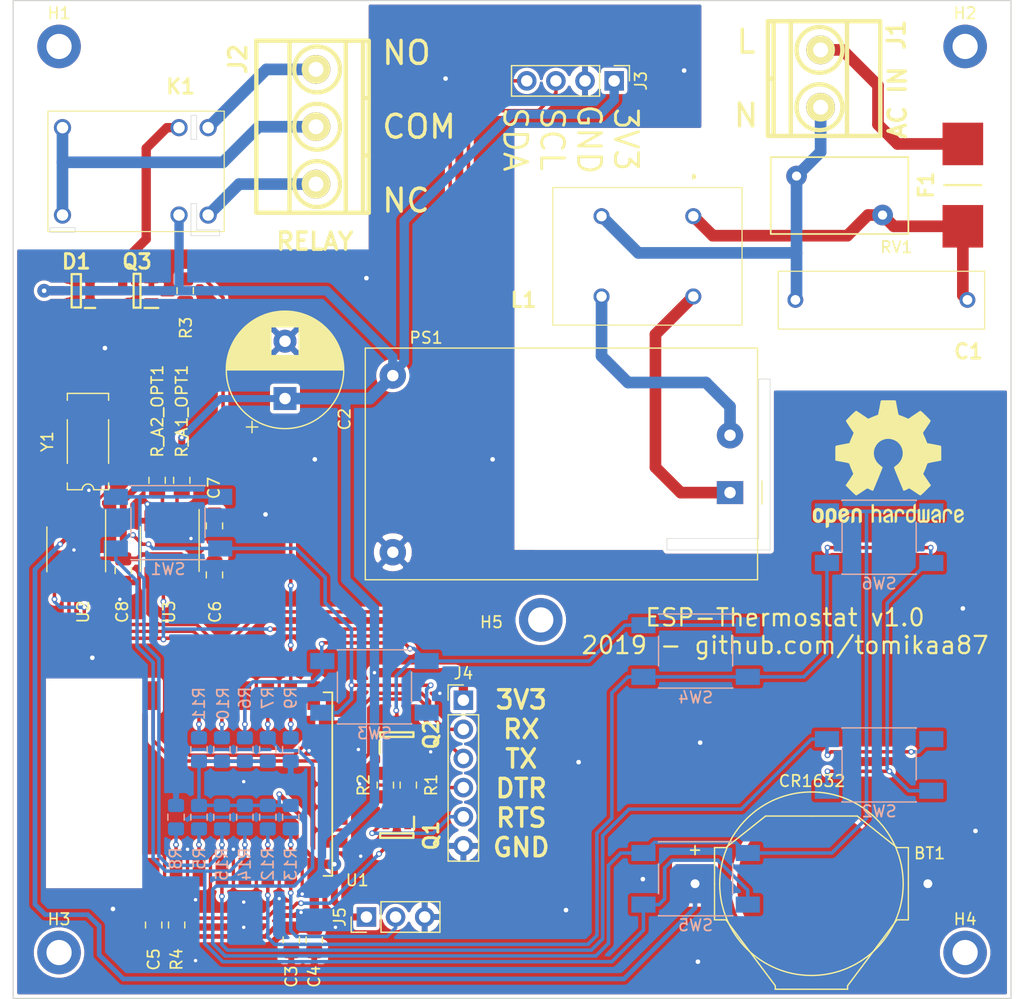
<source format=kicad_pcb>
(kicad_pcb (version 20171130) (host pcbnew "(5.1.4)-1")
  (layers (0 F.Cu signal) (31 B.Cu signal) (34 B.Paste user) (35 F.Paste user) (36 B.SilkS user) (37 F.SilkS user) (38 B.Mask user) (39 F.Mask user) (44 Edge.Cuts user))
  (net 0 "")
  (net 1 "Net-(U1-Pad14)")
  (net 2 "Net-(U1-Pad13)")
  (net 3 "Net-(U1-Pad12)")
  (net 4 "Net-(U1-Pad11)")
  (net 5 "Net-(U1-Pad10)")
  (net 6 "Net-(U1-Pad9)")
  (net 7 "Net-(Q1-Pad1)")
  (net 8 "Net-(Q2-Pad1)")
  (net 9 "Net-(D1-Pad1)")
  (net 10 "Net-(Q3-Pad1)")
  (net 11 "Net-(U2-Pad7)")
  (net 12 "Net-(U2-Pad2)")
  (net 13 "Net-(U2-Pad1)")
  (net 14 "Net-(J2-Pad3)")
  (net 15 "Net-(J2-Pad2)")
  (net 16 "Net-(J2-Pad1)")
  (net 17 "Net-(C1-Pad2)")
  (net 18 "Net-(C1-Pad1)")
  (net 19 "Net-(L1-Pad4)")
  (net 20 "Net-(L1-Pad2)")
  (net 21 GND)
  (net 22 +3V3)
  (net 23 ESP_RELAY)
  (net 24 PGM_RTS)
  (net 25 ESP_GPIO0)
  (net 26 PGM_DTR)
  (net 27 ESP_~RST~)
  (net 28 ESP_EN)
  (net 29 ESP_GPIO2)
  (net 30 ESP_TXD)
  (net 31 ESP_RXD)
  (net 32 ESP_ADC)
  (net 33 ESP_SDA)
  (net 34 ESP_SCL)
  (net 35 ESP_GPIO12)
  (net 36 ESP_1W_DQ)
  (net 37 ESP_GPIO16)
  (net 38 ESP_GPIO14)
  (net 39 "Net-(F1-Pad2)")
  (net 40 "Net-(BT1-Pad1)")
  (net 41 "Net-(R_A1_OPT1-Pad2)")
  (net 42 "Net-(R_A2_OPT1-Pad2)")
  (net 43 "Net-(U3-Pad7)")
  (net 44 "Net-(C7-Pad2)")
  (module Connector_PinHeader_2.54mm:PinHeader_1x03_P2.54mm_Vertical (layer F.Cu) (at 50.8 99.9 90)
    (fp_text reference J5 (at 0 -2.33 90) (layer F.SilkS))
    (fp_text value DS18B20+)
    (pad 3 thru_hole oval (at 0 5.08 90) (size 1.7 1.7) (drill 1) (layers *.Cu *.Mask) (net 21 GND))
    (pad 2 thru_hole oval (at 0 2.54 90) (size 1.7 1.7) (drill 1) (layers *.Cu *.Mask) (net 36 ESP_1W_DQ))
    (pad 1 thru_hole rect (at 0 0 90) (size 1.7 1.7) (drill 1) (layers *.Cu *.Mask) (net 22 +3V3))
  )
  (module Symbol:OSHW-Logo2_14.6x12mm_SilkScreen (layer F.Cu) (at 96.3 60.4)
    (fp_text reference LOGO1 hide)
    (fp_text value Logo_Open_Hardware_Small hide)
  )
  (module Battery:BatteryHolder_CR1632_SMD (layer F.Cu) (at 89.6 97)
    (fp_text reference BT1 (at 10.3 -2.65 180) (layer F.SilkS))
    (fp_text value "3V CR1632")
    (fp_text user + (at -10.15 -3 180) (layer F.SilkS))
    (fp_text user CR1632 (at 0.05 -8.95 180) (layer F.SilkS))
    (pad 1 thru_hole rect (at 10.15 0) (size 3.4 3.4) (drill 0.762) (layers F.Cu F.Mask) (net 40 "Net-(BT1-Pad1)"))
    (pad 1 thru_hole rect (at -10.15 0) (size 3.4 3.4) (drill 0.762) (layers F.Cu F.Mask) (net 40 "Net-(BT1-Pad1)"))
    (pad 2 smd circle (at 0 0) (size 13 13) (layers F.Cu F.Mask) (net 21 GND))
    (pad 1 thru_hole circle (at 10.15 0) (size 1.524 1.524) (drill 0.762) (layers *.Cu *.Mask) (net 40 "Net-(BT1-Pad1)"))
    (pad 1 thru_hole circle (at -10.15 0) (size 1.524 1.524) (drill 0.762) (layers *.Cu *.Mask) (net 40 "Net-(BT1-Pad1)"))
  )
  (module MountingHole:MountingHole_2.2mm_M2_ISO14580_Pad (layer F.Cu) (at 66 74)
    (fp_text reference H5 (at -4.3 0.2) (layer F.SilkS))
    (fp_text value MountingHole)
    (pad 1 thru_hole circle (at 0 0) (size 3.8 3.8) (drill 2.2) (layers *.Cu *.Mask))
  )
  (module MountingHole:MountingHole_2.2mm_M2_ISO14580_Pad (layer F.Cu) (at 103 103)
    (fp_text reference H4 (at 0 -2.9) (layer F.SilkS))
    (fp_text value MountingHole)
    (pad 1 thru_hole circle (at 0 0) (size 3.8 3.8) (drill 2.2) (layers *.Cu *.Mask))
  )
  (module MountingHole:MountingHole_2.2mm_M2_ISO14580_Pad (layer F.Cu) (at 24 103)
    (fp_text reference H3 (at 0 -2.9) (layer F.SilkS))
    (fp_text value MountingHole)
    (pad 1 thru_hole circle (at 0 0) (size 3.8 3.8) (drill 2.2) (layers *.Cu *.Mask))
  )
  (module MountingHole:MountingHole_2.2mm_M2_ISO14580_Pad (layer F.Cu) (at 103 24)
    (fp_text reference H2 (at 0 -2.9) (layer F.SilkS))
    (fp_text value MountingHole)
    (pad 1 thru_hole circle (at 0 0) (size 3.8 3.8) (drill 2.2) (layers *.Cu *.Mask))
  )
  (module MountingHole:MountingHole_2.2mm_M2_ISO14580_Pad (layer F.Cu) (at 24 24)
    (fp_text reference H1 (at 0 -2.9) (layer F.SilkS))
    (fp_text value MountingHole)
    (pad 1 thru_hole circle (at 0 0) (size 3.8 3.8) (drill 2.2) (layers *.Cu *.Mask))
  )
  (module ESP8266:ESP-12E_SMD (layer F.Cu) (at 32.2 95.3 90)
    (fp_text reference U1 (at -1.4 17.8) (layer F.SilkS))
    (fp_text value ESP-12F hide)
    (pad 14 smd rect (at 11.99 15 180) (size 2.5 1.1) (drill (offset -0.7 0)) (layers F.Cu F.Paste F.Mask) (net 1 "Net-(U1-Pad14)"))
    (pad 13 smd rect (at 9.99 15 180) (size 2.5 1.1) (drill (offset -0.7 0)) (layers F.Cu F.Paste F.Mask) (net 2 "Net-(U1-Pad13)"))
    (pad 12 smd rect (at 7.99 15 180) (size 2.5 1.1) (drill (offset -0.7 0)) (layers F.Cu F.Paste F.Mask) (net 3 "Net-(U1-Pad12)"))
    (pad 11 smd rect (at 5.99 15 180) (size 2.5 1.1) (drill (offset -0.7 0)) (layers F.Cu F.Paste F.Mask) (net 4 "Net-(U1-Pad11)"))
    (pad 10 smd rect (at 3.99 15 180) (size 2.5 1.1) (drill (offset -0.7 0)) (layers F.Cu F.Paste F.Mask) (net 5 "Net-(U1-Pad10)"))
    (pad 9 smd rect (at 1.99 15 180) (size 2.5 1.1) (drill (offset -0.7 0)) (layers F.Cu F.Paste F.Mask) (net 6 "Net-(U1-Pad9)"))
    (pad 22 smd rect (at 14 0 90) (size 2.5 1.1) (drill (offset 0.7 0)) (layers F.Cu F.Paste F.Mask) (net 30 ESP_TXD))
    (pad 21 smd rect (at 14 2 90) (size 2.5 1.1) (drill (offset 0.7 0)) (layers F.Cu F.Paste F.Mask) (net 31 ESP_RXD))
    (pad 20 smd rect (at 14 4 90) (size 2.5 1.1) (drill (offset 0.7 0)) (layers F.Cu F.Paste F.Mask) (net 34 ESP_SCL))
    (pad 19 smd rect (at 14 6 90) (size 2.5 1.1) (drill (offset 0.7 0)) (layers F.Cu F.Paste F.Mask) (net 33 ESP_SDA))
    (pad 18 smd rect (at 14 8 90) (size 2.5 1.1) (drill (offset 0.7 0)) (layers F.Cu F.Paste F.Mask) (net 25 ESP_GPIO0))
    (pad 17 smd rect (at 14 10 90) (size 2.5 1.1) (drill (offset 0.7 0)) (layers F.Cu F.Paste F.Mask) (net 29 ESP_GPIO2))
    (pad 16 smd rect (at 14 12 90) (size 2.5 1.1) (drill (offset 0.7 0)) (layers F.Cu F.Paste F.Mask) (net 23 ESP_RELAY))
    (pad 15 smd rect (at 14 14 90) (size 2.5 1.1) (drill (offset 0.7 0)) (layers F.Cu F.Paste F.Mask) (net 21 GND))
    (pad 8 smd rect (at 0 14 90) (size 2.5 1.1) (drill (offset -0.7 0)) (layers F.Cu F.Paste F.Mask) (net 22 +3V3))
    (pad 7 smd rect (at 0 12 90) (size 2.5 1.1) (drill (offset -0.7 0)) (layers F.Cu F.Paste F.Mask) (net 36 ESP_1W_DQ))
    (pad 6 smd rect (at 0 10 90) (size 2.5 1.1) (drill (offset -0.7 0)) (layers F.Cu F.Paste F.Mask) (net 35 ESP_GPIO12))
    (pad 5 smd rect (at 0 8 90) (size 2.5 1.1) (drill (offset -0.7 0)) (layers F.Cu F.Paste F.Mask) (net 38 ESP_GPIO14))
    (pad 4 smd rect (at 0 6 90) (size 2.5 1.1) (drill (offset -0.7 0)) (layers F.Cu F.Paste F.Mask) (net 37 ESP_GPIO16))
    (pad 3 smd rect (at 0 4 90) (size 2.5 1.1) (drill (offset -0.7 0)) (layers F.Cu F.Paste F.Mask) (net 28 ESP_EN))
    (pad 2 smd rect (at 0 2 90) (size 2.5 1.1) (drill (offset -0.7 0)) (layers F.Cu F.Paste F.Mask) (net 32 ESP_ADC))
    (pad 1 smd rect (at 0 0 90) (size 2.5 1.1) (drill (offset -0.7 0)) (layers F.Cu F.Paste F.Mask) (net 27 ESP_~RST~))
  )
  (module SamacSys_Parts:HK4100FDC5VSHG (layer F.Cu) (at 37 38.7 180)
    (fp_text reference K1 (at 2.4 11.2) (layer F.SilkS) (effects (font (size 1.27 1.27) (thickness 0.254))))
    (fp_text value HK4100F-DC5V-SHG hide)
    (pad 6 thru_hole circle (at 0 7.62 180) (size 1.5 1.5) (drill 1) (layers *.Cu *.Mask) (net 14 "Net-(J2-Pad3)"))
    (pad 5 thru_hole circle (at 2.54 7.62 180) (size 1.5 1.5) (drill 1) (layers *.Cu *.Mask) (net 9 "Net-(D1-Pad1)"))
    (pad 4 thru_hole circle (at 12.7 7.62 180) (size 1.5 1.5) (drill 1) (layers *.Cu *.Mask) (net 15 "Net-(J2-Pad2)"))
    (pad 3 thru_hole circle (at 12.7 0 180) (size 1.5 1.5) (drill 1) (layers *.Cu *.Mask) (net 15 "Net-(J2-Pad2)"))
    (pad 2 thru_hole circle (at 2.54 0 180) (size 1.5 1.5) (drill 1) (layers *.Cu *.Mask) (net 22 +3V3))
    (pad 1 thru_hole circle (at 0 0 180) (size 1.5 1.5) (drill 1) (layers *.Cu *.Mask) (net 16 "Net-(J2-Pad1)"))
  )
  (module SamacSys_Parts:R46KI310040M1K (layer F.Cu) (at 103.2 46.1 180)
    (fp_text reference C1 (at -0.1 -4.5) (layer F.SilkS) (effects (font (size 1.27 1.27) (thickness 0.254))))
    (fp_text value "100n 310V" hide)
    (pad 2 thru_hole circle (at 15 0 180) (size 1.381 1.381) (drill 0.85) (layers *.Cu *.Mask) (net 17 "Net-(C1-Pad2)"))
    (pad 1 thru_hole circle (at 0 0 180) (size 1.381 1.381) (drill 0.85) (layers *.Cu *.Mask) (net 18 "Net-(C1-Pad1)"))
  )
  (module Converter_ACDC:Converter_ACDC_HiLink_HLK-PMxx (layer F.Cu) (at 82.5 62.9 180)
    (fp_text reference PS1 (at 26.5 13.5 180) (layer F.SilkS))
    (fp_text value HLK-PM03)
    (pad 4 thru_hole circle (at 29.4 10.2 180) (size 2.3 2.3) (drill 1) (layers *.Cu *.Mask) (net 22 +3V3))
    (pad 2 thru_hole circle (at 0 5 180) (size 2.3 2.3) (drill 1) (layers *.Cu *.Mask) (net 19 "Net-(L1-Pad4)"))
    (pad 1 thru_hole rect (at 0 0 180) (size 2.3 2) (drill 1) (layers *.Cu *.Mask) (net 20 "Net-(L1-Pad2)"))
    (pad 3 thru_hole circle (at 29.4 -5.2 180) (size 2.3 2.3) (drill 1) (layers *.Cu *.Mask) (net 21 GND))
  )
  (module Button_Switch_SMD:SW_Push_1P1T_NO_6x6mm_FSM2JSMA (layer B.Cu) (at 33.5 65.5192)
    (fp_text reference SW1 (at 0 4.05) (layer B.SilkS) (effects (justify mirror)))
    (fp_text value SW_PLUS)
    (pad 2 smd rect (at 4.55 -2.25) (size 2.1 1.4) (layers B.Cu B.Paste B.Mask) (net 37 ESP_GPIO16))
    (pad 1 smd rect (at 4.55 2.25) (size 2.1 1.4) (layers B.Cu B.Paste B.Mask) (net 38 ESP_GPIO14))
    (pad 1 smd rect (at -4.55 2.25) (size 2.1 1.4) (layers B.Cu B.Paste B.Mask) (net 38 ESP_GPIO14))
    (pad 2 smd rect (at -4.55 -2.25) (size 2.1 1.4) (layers B.Cu B.Paste B.Mask) (net 37 ESP_GPIO16))
  )
  (module Button_Switch_SMD:SW_Push_1P1T_NO_6x6mm_FSM2JSMA (layer B.Cu) (at 95.5 66.7872)
    (fp_text reference SW6 (at 0 4.05) (layer B.SilkS) (effects (justify mirror)))
    (fp_text value SW_RIGHT)
    (pad 2 smd rect (at 4.55 -2.25) (size 2.1 1.4) (layers B.Cu B.Paste B.Mask) (net 29 ESP_GPIO2))
    (pad 1 smd rect (at 4.55 2.25) (size 2.1 1.4) (layers B.Cu B.Paste B.Mask) (net 35 ESP_GPIO12))
    (pad 1 smd rect (at -4.55 2.25) (size 2.1 1.4) (layers B.Cu B.Paste B.Mask) (net 35 ESP_GPIO12))
    (pad 2 smd rect (at -4.55 -2.25) (size 2.1 1.4) (layers B.Cu B.Paste B.Mask) (net 29 ESP_GPIO2))
  )
  (module Button_Switch_SMD:SW_Push_1P1T_NO_6x6mm_FSM2JSMA (layer B.Cu) (at 79.5 96.5718)
    (fp_text reference SW5 (at 0 4.05) (layer B.SilkS) (effects (justify mirror)))
    (fp_text value SW_MENU)
    (pad 2 smd rect (at 4.55 -2.25) (size 2.1 1.4) (layers B.Cu B.Paste B.Mask) (net 29 ESP_GPIO2))
    (pad 1 smd rect (at 4.55 2.25) (size 2.1 1.4) (layers B.Cu B.Paste B.Mask) (net 38 ESP_GPIO14))
    (pad 1 smd rect (at -4.55 2.25) (size 2.1 1.4) (layers B.Cu B.Paste B.Mask) (net 38 ESP_GPIO14))
    (pad 2 smd rect (at -4.55 -2.25) (size 2.1 1.4) (layers B.Cu B.Paste B.Mask) (net 29 ESP_GPIO2))
  )
  (module Button_Switch_SMD:SW_Push_1P1T_NO_6x6mm_FSM2JSMA (layer B.Cu) (at 79.5 76.7154)
    (fp_text reference SW4 (at 0 4.05) (layer B.SilkS) (effects (justify mirror)))
    (fp_text value SW_LEFT)
    (pad 2 smd rect (at 4.55 -2.25) (size 2.1 1.4) (layers B.Cu B.Paste B.Mask) (net 25 ESP_GPIO0))
    (pad 1 smd rect (at 4.55 2.25) (size 2.1 1.4) (layers B.Cu B.Paste B.Mask) (net 35 ESP_GPIO12))
    (pad 1 smd rect (at -4.55 2.25) (size 2.1 1.4) (layers B.Cu B.Paste B.Mask) (net 35 ESP_GPIO12))
    (pad 2 smd rect (at -4.55 -2.25) (size 2.1 1.4) (layers B.Cu B.Paste B.Mask) (net 25 ESP_GPIO0))
  )
  (module Button_Switch_SMD:SW_Push_1P1T_NO_6x6mm_FSM2JSMA (layer B.Cu) (at 51.5 79.8397)
    (fp_text reference SW3 (at 0 4.05) (layer B.SilkS) (effects (justify mirror)))
    (fp_text value SW_MINUS)
    (pad 2 smd rect (at 4.55 -2.25) (size 2.1 1.4) (layers B.Cu B.Paste B.Mask) (net 25 ESP_GPIO0))
    (pad 1 smd rect (at 4.55 2.25) (size 2.1 1.4) (layers B.Cu B.Paste B.Mask) (net 38 ESP_GPIO14))
    (pad 1 smd rect (at -4.55 2.25) (size 2.1 1.4) (layers B.Cu B.Paste B.Mask) (net 38 ESP_GPIO14))
    (pad 2 smd rect (at -4.55 -2.25) (size 2.1 1.4) (layers B.Cu B.Paste B.Mask) (net 25 ESP_GPIO0))
  )
  (module Button_Switch_SMD:SW_Push_1P1T_NO_6x6mm_FSM2JSMA (layer B.Cu) (at 95.5 86.6436)
    (fp_text reference SW2 (at 0 4.05) (layer B.SilkS) (effects (justify mirror)))
    (fp_text value SW_BOOST)
    (pad 2 smd rect (at 4.55 -2.25) (size 2.1 1.4) (layers B.Cu B.Paste B.Mask) (net 37 ESP_GPIO16))
    (pad 1 smd rect (at 4.55 2.25) (size 2.1 1.4) (layers B.Cu B.Paste B.Mask) (net 35 ESP_GPIO12))
    (pad 1 smd rect (at -4.55 2.25) (size 2.1 1.4) (layers B.Cu B.Paste B.Mask) (net 35 ESP_GPIO12))
    (pad 2 smd rect (at -4.55 -2.25) (size 2.1 1.4) (layers B.Cu B.Paste B.Mask) (net 37 ESP_GPIO16))
  )
  (module Package_SO:SOIC-8_3.9x4.9mm_P1.27mm (layer F.Cu) (at 33.65 67.825 270)
    (fp_text reference U3 (at 5.475 0.05 90) (layer F.SilkS))
    (fp_text value 47L16)
    (pad 8 smd roundrect (at 2.475 -1.905 270) (size 1.95 0.6) (layers F.Cu F.Paste F.Mask) (net 22 +3V3))
    (pad 7 smd roundrect (at 2.475 -0.635 270) (size 1.95 0.6) (layers F.Cu F.Paste F.Mask) (net 43 "Net-(U3-Pad7)"))
    (pad 6 smd roundrect (at 2.475 0.635 270) (size 1.95 0.6) (layers F.Cu F.Paste F.Mask) (net 34 ESP_SCL))
    (pad 5 smd roundrect (at 2.475 1.905 270) (size 1.95 0.6) (layers F.Cu F.Paste F.Mask) (net 33 ESP_SDA))
    (pad 4 smd roundrect (at -2.475 1.905 270) (size 1.95 0.6) (layers F.Cu F.Paste F.Mask) (net 21 GND))
    (pad 3 smd roundrect (at -2.475 0.635 270) (size 1.95 0.6) (layers F.Cu F.Paste F.Mask) (net 42 "Net-(R_A2_OPT1-Pad2)"))
    (pad 2 smd roundrect (at -2.475 -0.635 270) (size 1.95 0.6) (layers F.Cu F.Paste F.Mask) (net 41 "Net-(R_A1_OPT1-Pad2)"))
    (pad 1 smd roundrect (at -2.475 -1.905 270) (size 1.95 0.6) (layers F.Cu F.Paste F.Mask) (net 44 "Net-(C7-Pad2)"))
  )
  (module Capacitor_SMD:C_0805_2012Metric_Pad1.15x1.40mm_HandSolder (layer F.Cu) (at 37.55 65.8 90)
    (fp_text reference C7 (at 3.3 -0.05 90) (layer F.SilkS))
    (fp_text value 22u)
    (pad 2 smd roundrect (at 1.025 0 90) (size 1.15 1.4) (layers F.Cu F.Paste F.Mask) (roundrect_rratio 0.217391) (net 44 "Net-(C7-Pad2)"))
    (pad 1 smd roundrect (at -1.025 0 90) (size 1.15 1.4) (layers F.Cu F.Paste F.Mask) (roundrect_rratio 0.217391) (net 21 GND))
  )
  (module Resistor_SMD:R_0805_2012Metric_Pad1.15x1.40mm_HandSolder (layer F.Cu) (at 32.55 61.825 270)
    (fp_text reference R_A2_OPT1 (at -6.025 -0.025 90) (layer F.SilkS))
    (fp_text value 0)
    (pad 2 smd roundrect (at 1.025 0 270) (size 1.15 1.4) (layers F.Cu F.Paste F.Mask) (roundrect_rratio 0.217391) (net 42 "Net-(R_A2_OPT1-Pad2)"))
    (pad 1 smd roundrect (at -1.025 0 270) (size 1.15 1.4) (layers F.Cu F.Paste F.Mask) (roundrect_rratio 0.217391) (net 22 +3V3))
  )
  (module Resistor_SMD:R_0805_2012Metric_Pad1.15x1.40mm_HandSolder (layer F.Cu) (at 34.7 61.825 270)
    (fp_text reference R_A1_OPT1 (at -6.025 0 90) (layer F.SilkS))
    (fp_text value 0)
    (pad 2 smd roundrect (at 1.025 0 270) (size 1.15 1.4) (layers F.Cu F.Paste F.Mask) (roundrect_rratio 0.217391) (net 41 "Net-(R_A1_OPT1-Pad2)"))
    (pad 1 smd roundrect (at -1.025 0 270) (size 1.15 1.4) (layers F.Cu F.Paste F.Mask) (roundrect_rratio 0.217391) (net 22 +3V3))
  )
  (module Capacitor_SMD:C_0805_2012Metric_Pad1.15x1.40mm_HandSolder (layer F.Cu) (at 29.6 69.7 270)
    (fp_text reference C8 (at 3.6 0.1 90) (layer F.SilkS))
    (fp_text value 100n)
    (pad 2 smd roundrect (at 1.025 0 270) (size 1.15 1.4) (layers F.Cu F.Paste F.Mask) (roundrect_rratio 0.217391) (net 21 GND))
    (pad 1 smd roundrect (at -1.025 0 270) (size 1.15 1.4) (layers F.Cu F.Paste F.Mask) (roundrect_rratio 0.217391) (net 22 +3V3))
  )
  (module Capacitor_SMD:C_0805_2012Metric_Pad1.15x1.40mm_HandSolder (layer F.Cu) (at 37.55 70.075 90)
    (fp_text reference C6 (at -3.225 0.05 90) (layer F.SilkS))
    (fp_text value 100n)
    (pad 2 smd roundrect (at 1.025 0 90) (size 1.15 1.4) (layers F.Cu F.Paste F.Mask) (roundrect_rratio 0.217391) (net 21 GND))
    (pad 1 smd roundrect (at -1.025 0 90) (size 1.15 1.4) (layers F.Cu F.Paste F.Mask) (roundrect_rratio 0.217391) (net 22 +3V3))
  )
  (module Connector_PinHeader_2.54mm:PinHeader_1x06_P2.54mm_Vertical (layer F.Cu) (at 59.25 81)
    (fp_text reference J4 (at 0 -2.33) (layer F.SilkS))
    (fp_text value PROGRAM)
    (pad 6 thru_hole oval (at 0 12.7) (size 1.7 1.7) (drill 1) (layers *.Cu *.Mask) (net 21 GND))
    (pad 5 thru_hole oval (at 0 10.16) (size 1.7 1.7) (drill 1) (layers *.Cu *.Mask) (net 24 PGM_RTS))
    (pad 4 thru_hole oval (at 0 7.62) (size 1.7 1.7) (drill 1) (layers *.Cu *.Mask) (net 26 PGM_DTR))
    (pad 3 thru_hole oval (at 0 5.08) (size 1.7 1.7) (drill 1) (layers *.Cu *.Mask) (net 30 ESP_TXD))
    (pad 2 thru_hole oval (at 0 2.54) (size 1.7 1.7) (drill 1) (layers *.Cu *.Mask) (net 31 ESP_RXD))
    (pad 1 thru_hole rect (at 0 0) (size 1.7 1.7) (drill 1) (layers *.Cu *.Mask) (net 22 +3V3))
  )
  (module Connector_PinHeader_2.54mm:PinHeader_1x04_P2.54mm_Vertical (layer F.Cu) (at 72.4 27 270)
    (fp_text reference J3 (at 0 -2.33 90) (layer F.SilkS))
    (fp_text value OLED)
    (pad 4 thru_hole oval (at 0 7.62 270) (size 1.7 1.7) (drill 1) (layers *.Cu *.Mask) (net 33 ESP_SDA))
    (pad 3 thru_hole oval (at 0 5.08 270) (size 1.7 1.7) (drill 1) (layers *.Cu *.Mask) (net 34 ESP_SCL))
    (pad 2 thru_hole oval (at 0 2.54 270) (size 1.7 1.7) (drill 1) (layers *.Cu *.Mask) (net 21 GND))
    (pad 1 thru_hole rect (at 0 0 270) (size 1.7 1.7) (drill 1) (layers *.Cu *.Mask) (net 22 +3V3))
  )
  (module Crystal:Crystal_SMD_SeikoEpson_MC306-4Pin_8.0x3.2mm (layer F.Cu) (at 26.52 58.45 90)
    (fp_text reference Y1 (at 0 -3.55 90) (layer F.SilkS))
    (fp_text value Crystal_GND24)
    (pad 4 smd rect (at -2.75 -1.6 90) (size 1.3 1.9) (layers F.Cu F.Paste F.Mask) (net 12 "Net-(U2-Pad2)"))
    (pad 3 smd rect (at 2.75 -1.6 90) (size 1.3 1.9) (layers F.Cu F.Paste F.Mask) (net 21 GND))
    (pad 2 smd rect (at 2.75 1.6 90) (size 1.3 1.9) (layers F.Cu F.Paste F.Mask) (net 21 GND))
    (pad 1 smd rect (at -2.75 1.6 90) (size 1.3 1.9) (layers F.Cu F.Paste F.Mask) (net 13 "Net-(U2-Pad1)"))
  )
  (module SamacSys_Parts:FUSC10134X305N (layer F.Cu) (at 102.8 36.09 90)
    (fp_text reference F1 (at 0 -3.2 270) (layer F.SilkS) (effects (font (size 1.27 1.27) (thickness 0.254))))
    (fp_text value "0,5A 250V Slow" hide)
    (pad 2 smd rect (at 3.59 0 180) (size 3.54 3.71) (layers F.Cu F.Paste F.Mask) (net 39 "Net-(F1-Pad2)"))
    (pad 1 smd rect (at -3.59 0 180) (size 3.54 3.71) (layers F.Cu F.Paste F.Mask) (net 18 "Net-(C1-Pad1)"))
  )
  (module Capacitor_SMD:C_0805_2012Metric_Pad1.15x1.40mm_HandSolder (layer F.Cu) (at 32.25 100.6 270)
    (fp_text reference C5 (at 3 0 90) (layer F.SilkS))
    (fp_text value 100n)
    (pad 2 smd roundrect (at 1.025 0 270) (size 1.15 1.4) (layers F.Cu F.Paste F.Mask) (roundrect_rratio 0.217391) (net 21 GND))
    (pad 1 smd roundrect (at -1.025 0 270) (size 1.15 1.4) (layers F.Cu F.Paste F.Mask) (roundrect_rratio 0.217391) (net 27 ESP_~RST~))
  )
  (module Resistor_SMD:R_0805_2012Metric_Pad1.15x1.40mm_HandSolder (layer B.Cu) (at 38.2 91.2 270)
    (fp_text reference R15 (at 4.1 0 270) (layer B.SilkS) (effects (justify mirror)))
    (fp_text value 10k)
    (pad 2 smd roundrect (at 1.025 0 270) (size 1.15 1.4) (layers B.Cu B.Paste B.Mask) (roundrect_rratio 0.217391) (net 37 ESP_GPIO16))
    (pad 1 smd roundrect (at -1.025 0 270) (size 1.15 1.4) (layers B.Cu B.Paste B.Mask) (roundrect_rratio 0.217391) (net 22 +3V3))
  )
  (module Resistor_SMD:R_0805_2012Metric_Pad1.15x1.40mm_HandSolder (layer F.Cu) (at 54.45 88.4 90)
    (fp_text reference R1 (at 0 2 90) (layer F.SilkS))
    (fp_text value 10k)
    (pad 2 smd roundrect (at 1.025 0 90) (size 1.15 1.4) (layers F.Cu F.Paste F.Mask) (roundrect_rratio 0.217391) (net 26 PGM_DTR))
    (pad 1 smd roundrect (at -1.025 0 90) (size 1.15 1.4) (layers F.Cu F.Paste F.Mask) (roundrect_rratio 0.217391) (net 7 "Net-(Q1-Pad1)"))
  )
  (module Resistor_SMD:R_0805_2012Metric_Pad1.15x1.40mm_HandSolder (layer B.Cu) (at 40.2 91.2 270)
    (fp_text reference R14 (at 4.1 0 270) (layer B.SilkS) (effects (justify mirror)))
    (fp_text value 10k)
    (pad 2 smd roundrect (at 1.025 0 270) (size 1.15 1.4) (layers B.Cu B.Paste B.Mask) (roundrect_rratio 0.217391) (net 38 ESP_GPIO14))
    (pad 1 smd roundrect (at -1.025 0 270) (size 1.15 1.4) (layers B.Cu B.Paste B.Mask) (roundrect_rratio 0.217391) (net 22 +3V3))
  )
  (module Resistor_SMD:R_0805_2012Metric_Pad1.15x1.40mm_HandSolder (layer B.Cu) (at 44.2 91.2 270)
    (fp_text reference R13 (at 4.1 0 270) (layer B.SilkS) (effects (justify mirror)))
    (fp_text value 4k7)
    (pad 2 smd roundrect (at 1.025 0 270) (size 1.15 1.4) (layers B.Cu B.Paste B.Mask) (roundrect_rratio 0.217391) (net 36 ESP_1W_DQ))
    (pad 1 smd roundrect (at -1.025 0 270) (size 1.15 1.4) (layers B.Cu B.Paste B.Mask) (roundrect_rratio 0.217391) (net 22 +3V3))
  )
  (module Resistor_SMD:R_0805_2012Metric_Pad1.15x1.40mm_HandSolder (layer B.Cu) (at 42.2 91.2 270)
    (fp_text reference R12 (at 4.1 0 270) (layer B.SilkS) (effects (justify mirror)))
    (fp_text value 10k)
    (pad 2 smd roundrect (at 1.025 0 270) (size 1.15 1.4) (layers B.Cu B.Paste B.Mask) (roundrect_rratio 0.217391) (net 35 ESP_GPIO12))
    (pad 1 smd roundrect (at -1.025 0 270) (size 1.15 1.4) (layers B.Cu B.Paste B.Mask) (roundrect_rratio 0.217391) (net 22 +3V3))
  )
  (module Resistor_SMD:R_0805_2012Metric_Pad1.15x1.40mm_HandSolder (layer B.Cu) (at 36.2 85.3 90)
    (fp_text reference R11 (at 4 0 270) (layer B.SilkS) (effects (justify mirror)))
    (fp_text value 4k7)
    (pad 2 smd roundrect (at 1.025 0 90) (size 1.15 1.4) (layers B.Cu B.Paste B.Mask) (roundrect_rratio 0.217391) (net 34 ESP_SCL))
    (pad 1 smd roundrect (at -1.025 0 90) (size 1.15 1.4) (layers B.Cu B.Paste B.Mask) (roundrect_rratio 0.217391) (net 22 +3V3))
  )
  (module Resistor_SMD:R_0805_2012Metric_Pad1.15x1.40mm_HandSolder (layer B.Cu) (at 38.2 85.3 90)
    (fp_text reference R10 (at 4 0.1 270) (layer B.SilkS) (effects (justify mirror)))
    (fp_text value 4k7)
    (pad 2 smd roundrect (at 1.025 0 90) (size 1.15 1.4) (layers B.Cu B.Paste B.Mask) (roundrect_rratio 0.217391) (net 33 ESP_SDA))
    (pad 1 smd roundrect (at -1.025 0 90) (size 1.15 1.4) (layers B.Cu B.Paste B.Mask) (roundrect_rratio 0.217391) (net 22 +3V3))
  )
  (module Resistor_SMD:R_0805_2012Metric_Pad1.15x1.40mm_HandSolder (layer B.Cu) (at 44.2 85.3 270)
    (fp_text reference R9 (at -4.5 0 270) (layer B.SilkS) (effects (justify mirror)))
    (fp_text value 10k)
    (pad 2 smd roundrect (at 1.025 0 270) (size 1.15 1.4) (layers B.Cu B.Paste B.Mask) (roundrect_rratio 0.217391) (net 21 GND))
    (pad 1 smd roundrect (at -1.025 0 270) (size 1.15 1.4) (layers B.Cu B.Paste B.Mask) (roundrect_rratio 0.217391) (net 23 ESP_RELAY))
  )
  (module Resistor_SMD:R_0805_2012Metric_Pad1.15x1.40mm_HandSolder (layer B.Cu) (at 34.2 91.2 90)
    (fp_text reference R8 (at -3.6 -0.036 270) (layer B.SilkS) (effects (justify mirror)))
    (fp_text value 10k)
    (pad 2 smd roundrect (at 1.025 0 90) (size 1.15 1.4) (layers B.Cu B.Paste B.Mask) (roundrect_rratio 0.217391) (net 21 GND))
    (pad 1 smd roundrect (at -1.025 0 90) (size 1.15 1.4) (layers B.Cu B.Paste B.Mask) (roundrect_rratio 0.217391) (net 32 ESP_ADC))
  )
  (module Resistor_SMD:R_0805_2012Metric_Pad1.15x1.40mm_HandSolder (layer B.Cu) (at 42.2 85.3 90)
    (fp_text reference R7 (at 4.5 0 270) (layer B.SilkS) (effects (justify mirror)))
    (fp_text value 10k)
    (pad 2 smd roundrect (at 1.025 0 90) (size 1.15 1.4) (layers B.Cu B.Paste B.Mask) (roundrect_rratio 0.217391) (net 29 ESP_GPIO2))
    (pad 1 smd roundrect (at -1.025 0 90) (size 1.15 1.4) (layers B.Cu B.Paste B.Mask) (roundrect_rratio 0.217391) (net 22 +3V3))
  )
  (module Resistor_SMD:R_0805_2012Metric_Pad1.15x1.40mm_HandSolder (layer B.Cu) (at 40.2 85.3 90)
    (fp_text reference R6 (at 4.5 0 270) (layer B.SilkS) (effects (justify mirror)))
    (fp_text value 10k)
    (pad 2 smd roundrect (at 1.025 0 90) (size 1.15 1.4) (layers B.Cu B.Paste B.Mask) (roundrect_rratio 0.217391) (net 25 ESP_GPIO0))
    (pad 1 smd roundrect (at -1.025 0 90) (size 1.15 1.4) (layers B.Cu B.Paste B.Mask) (roundrect_rratio 0.217391) (net 22 +3V3))
  )
  (module Resistor_SMD:R_0805_2012Metric_Pad1.15x1.40mm_HandSolder (layer B.Cu) (at 36.2 91.2 270)
    (fp_text reference R5 (at 3.6 -0.032 270) (layer B.SilkS) (effects (justify mirror)))
    (fp_text value 10k)
    (pad 1 smd roundrect (at -1.025 0 270) (size 1.15 1.4) (layers B.Cu B.Paste B.Mask) (roundrect_rratio 0.217391) (net 22 +3V3))
    (pad 2 smd roundrect (at 1.025 0 270) (size 1.15 1.4) (layers B.Cu B.Paste B.Mask) (roundrect_rratio 0.217391) (net 28 ESP_EN))
  )
  (module Resistor_SMD:R_0805_2012Metric_Pad1.15x1.40mm_HandSolder (layer F.Cu) (at 34.254 100.6 90)
    (fp_text reference R4 (at -3 -0.004 90) (layer F.SilkS))
    (fp_text value 10k)
    (pad 2 smd roundrect (at 1.025 0 90) (size 1.15 1.4) (layers F.Cu F.Paste F.Mask) (roundrect_rratio 0.217391) (net 27 ESP_~RST~))
    (pad 1 smd roundrect (at -1.025 0 90) (size 1.15 1.4) (layers F.Cu F.Paste F.Mask) (roundrect_rratio 0.217391) (net 22 +3V3))
  )
  (module Resistor_SMD:R_0805_2012Metric_Pad1.15x1.40mm_HandSolder (layer F.Cu) (at 35 45.3 90)
    (fp_text reference R3 (at -3.24 0.06 90) (layer F.SilkS))
    (fp_text value 10k)
    (pad 2 smd roundrect (at 1.025 0 90) (size 1.15 1.4) (layers F.Cu F.Paste F.Mask) (roundrect_rratio 0.217391) (net 23 ESP_RELAY))
    (pad 1 smd roundrect (at -1.025 0 90) (size 1.15 1.4) (layers F.Cu F.Paste F.Mask) (roundrect_rratio 0.217391) (net 10 "Net-(Q3-Pad1)"))
  )
  (module Resistor_SMD:R_0805_2012Metric_Pad1.15x1.40mm_HandSolder (layer F.Cu) (at 52.45 88.4 270)
    (fp_text reference R2 (at 0 1.9 90) (layer F.SilkS))
    (fp_text value 10k)
    (pad 2 smd roundrect (at 1.025 0 270) (size 1.15 1.4) (layers F.Cu F.Paste F.Mask) (roundrect_rratio 0.217391) (net 24 PGM_RTS))
    (pad 1 smd roundrect (at -1.025 0 270) (size 1.15 1.4) (layers F.Cu F.Paste F.Mask) (roundrect_rratio 0.217391) (net 8 "Net-(Q2-Pad1)"))
  )
  (module Capacitor_SMD:C_0805_2012Metric_Pad1.15x1.40mm_HandSolder (layer F.Cu) (at 46.25 101.9 270)
    (fp_text reference C4 (at 3.2 0 90) (layer F.SilkS))
    (fp_text value 100n)
    (pad 2 smd roundrect (at 1.025 0 270) (size 1.15 1.4) (layers F.Cu F.Paste F.Mask) (roundrect_rratio 0.217391) (net 21 GND))
    (pad 1 smd roundrect (at -1.025 0 270) (size 1.15 1.4) (layers F.Cu F.Paste F.Mask) (roundrect_rratio 0.217391) (net 22 +3V3))
  )
  (module Capacitor_SMD:C_0805_2012Metric_Pad1.15x1.40mm_HandSolder (layer F.Cu) (at 44.25 101.9 270)
    (fp_text reference C3 (at 3.2 0 90) (layer F.SilkS))
    (fp_text value 10u)
    (pad 2 smd roundrect (at 1.025 0 270) (size 1.15 1.4) (layers F.Cu F.Paste F.Mask) (roundrect_rratio 0.217391) (net 21 GND))
    (pad 1 smd roundrect (at -1.025 0 270) (size 1.15 1.4) (layers F.Cu F.Paste F.Mask) (roundrect_rratio 0.217391) (net 22 +3V3))
  )
  (module Package_SO:SOIC-8_3.9x4.9mm_P1.27mm (layer F.Cu) (at 25.5 67.85 270)
    (fp_text reference U2 (at 5.45 -0.6 90) (layer F.SilkS))
    (fp_text value DS1307Z+)
    (pad 8 smd roundrect (at 2.475 -1.905 270) (size 1.95 0.6) (layers F.Cu F.Paste F.Mask) (net 22 +3V3))
    (pad 7 smd roundrect (at 2.475 -0.635 270) (size 1.95 0.6) (layers F.Cu F.Paste F.Mask) (net 11 "Net-(U2-Pad7)"))
    (pad 6 smd roundrect (at 2.475 0.635 270) (size 1.95 0.6) (layers F.Cu F.Paste F.Mask) (net 34 ESP_SCL))
    (pad 5 smd roundrect (at 2.475 1.905 270) (size 1.95 0.6) (layers F.Cu F.Paste F.Mask) (net 33 ESP_SDA))
    (pad 4 smd roundrect (at -2.475 1.905 270) (size 1.95 0.6) (layers F.Cu F.Paste F.Mask) (net 21 GND))
    (pad 3 smd roundrect (at -2.475 0.635 270) (size 1.95 0.6) (layers F.Cu F.Paste F.Mask) (net 40 "Net-(BT1-Pad1)"))
    (pad 2 smd roundrect (at -2.475 -0.635 270) (size 1.95 0.6) (layers F.Cu F.Paste F.Mask) (net 12 "Net-(U2-Pad2)"))
    (pad 1 smd roundrect (at -2.475 -1.905 270) (size 1.95 0.6) (layers F.Cu F.Paste F.Mask) (net 13 "Net-(U2-Pad1)"))
  )
  (module SamacSys_Parts:UU9810MH (layer F.Cu) (at 79.3 38.8 270)
    (fp_text reference L1 (at 7.3 14.8) (layer F.SilkS) (effects (font (size 1.27 1.27) (thickness 0.254))))
    (fp_text value 10mH hide)
    (pad 3 thru_hole circle (at 0 8 270) (size 1.4 1.4) (drill 0.9) (layers *.Cu *.Mask) (net 17 "Net-(C1-Pad2)"))
    (pad 4 thru_hole circle (at 7 8 270) (size 1.4 1.4) (drill 0.9) (layers *.Cu *.Mask) (net 19 "Net-(L1-Pad4)"))
    (pad 2 thru_hole circle (at 7 0 270) (size 1.4 1.4) (drill 0.9) (layers *.Cu *.Mask) (net 20 "Net-(L1-Pad2)"))
    (pad 1 thru_hole circle (at 0 0 270) (size 1.4 1.4) (drill 0.9) (layers *.Cu *.Mask) (net 18 "Net-(C1-Pad1)"))
  )
  (module Varistor:RV_Disc_D12mm_W6.7mm_P7.5mm (layer F.Cu) (at 95.8 38.7 180)
    (fp_text reference RV1 (at -1.2 -2.8) (layer F.SilkS))
    (fp_text value VDR10D561KJ)
    (pad 2 thru_hole circle (at 7.5 3.4 180) (size 1.8 1.8) (drill 0.8) (layers *.Cu *.Mask) (net 17 "Net-(C1-Pad2)"))
    (pad 1 thru_hole circle (at 0 0 180) (size 1.8 1.8) (drill 0.8) (layers *.Cu *.Mask) (net 18 "Net-(C1-Pad1)"))
  )
  (module Capacitor_THT:CP_Radial_D10.0mm_P5.00mm (layer F.Cu) (at 43.7 54.7 90)
    (fp_text reference C2 (at -1.8 5.2 90) (layer F.SilkS))
    (fp_text value 1000u)
    (pad 2 thru_hole circle (at 5 0 90) (size 2 2) (drill 1) (layers *.Cu *.Mask) (net 21 GND))
    (pad 1 thru_hole rect (at 0 0 90) (size 2 2) (drill 1) (layers *.Cu *.Mask) (net 22 +3V3))
  )
  (module w_conn_mkds:mkds_1,5-3 (layer F.Cu) (at 46.4 31 90)
    (fp_text reference J2 (at 5.9 -6.8 90) (layer F.SilkS) (effects (font (size 1.5 1.5) (thickness 0.3))))
    (fp_text value RELAY (at -10 -0.1 180) (layer F.SilkS) (effects (font (size 1.5 1.5) (thickness 0.3))))
    (pad 2 thru_hole circle (at 0 0 90) (size 2.5 2.5) (drill 1.3) (layers *.Cu *.Mask F.SilkS) (net 15 "Net-(J2-Pad2)"))
    (pad 1 thru_hole circle (at -5 0 90) (size 2.5 2.5) (drill 1.3) (layers *.Cu *.Mask F.SilkS) (net 16 "Net-(J2-Pad1)"))
    (pad 3 thru_hole circle (at 5 0 90) (size 2.5 2.5) (drill 1.3) (layers *.Cu *.Mask F.SilkS) (net 14 "Net-(J2-Pad3)"))
  )
  (module w_conn_mkds:mkds_1,5-2 (layer F.Cu) (at 90.4 26.8 270)
    (fp_text reference J1 (at -3.81 -6.6 90) (layer F.SilkS) (effects (font (size 1.5 1.5) (thickness 0.3))))
    (fp_text value "AC IN" (at 2.1 -6.7 270) (layer F.SilkS) (effects (font (size 1.5 1.5) (thickness 0.3))))
    (pad 2 thru_hole circle (at 2.5 0 270) (size 2.5 2.5) (drill 1.3) (layers *.Cu *.Mask F.SilkS) (net 17 "Net-(C1-Pad2)"))
    (pad 1 thru_hole circle (at -2.5 0 270) (size 2.5 2.5) (drill 1.3) (layers *.Cu *.Mask F.SilkS) (net 39 "Net-(F1-Pad2)"))
  )
  (module SamacSys_Parts:SOT95P280X125-3N (layer F.Cu) (at 30.8 45.3 180)
    (fp_text reference Q3 (at 0 2.54) (layer F.SilkS) (effects (font (size 1.27 1.27) (thickness 0.254))))
    (fp_text value AO3480 hide)
    (pad 3 smd rect (at 1.25 0 270) (size 0.6 1.2) (layers F.Cu F.Paste F.Mask) (net 9 "Net-(D1-Pad1)"))
    (pad 2 smd rect (at -1.25 0.95 270) (size 0.6 1.2) (layers F.Cu F.Paste F.Mask) (net 21 GND))
    (pad 1 smd rect (at -1.25 -0.95 270) (size 0.6 1.2) (layers F.Cu F.Paste F.Mask) (net 10 "Net-(Q3-Pad1)"))
  )
  (module SamacSys_Parts:SOT95P240X115-3N (layer F.Cu) (at 53.45 84 90)
    (fp_text reference Q2 (at 0 3 90) (layer F.SilkS) (effects (font (size 1.27 1.27) (thickness 0.254))))
    (fp_text value SS8050-G hide)
    (pad 3 smd rect (at 1.1 0 180) (size 0.6 1.1) (layers F.Cu F.Paste F.Mask) (net 25 ESP_GPIO0))
    (pad 2 smd rect (at -1.1 0.95 180) (size 0.6 1.1) (layers F.Cu F.Paste F.Mask) (net 26 PGM_DTR))
    (pad 1 smd rect (at -1.1 -0.95 180) (size 0.6 1.1) (layers F.Cu F.Paste F.Mask) (net 8 "Net-(Q2-Pad1)"))
  )
  (module SamacSys_Parts:SOT95P240X115-3N (layer F.Cu) (at 53.45 92.8 270)
    (fp_text reference Q1 (at 0 -3 90) (layer F.SilkS) (effects (font (size 1.27 1.27) (thickness 0.254))))
    (fp_text value SS8050-G hide)
    (pad 3 smd rect (at 1.1 0) (size 0.6 1.1) (layers F.Cu F.Paste F.Mask) (net 27 ESP_~RST~))
    (pad 2 smd rect (at -1.1 0.95) (size 0.6 1.1) (layers F.Cu F.Paste F.Mask) (net 24 PGM_RTS))
    (pad 1 smd rect (at -1.1 -0.95) (size 0.6 1.1) (layers F.Cu F.Paste F.Mask) (net 7 "Net-(Q1-Pad1)"))
  )
  (module SamacSys_Parts:SOT95P240X115-3N (layer F.Cu) (at 25.5 45.3 180)
    (fp_text reference D1 (at 0 2.54) (layer F.SilkS) (effects (font (size 1.27 1.27) (thickness 0.254))))
    (fp_text value BAV170HMFHT116 hide)
    (pad 3 smd rect (at 1.2 0 270) (size 0.6 0.9) (layers F.Cu F.Paste F.Mask) (net 22 +3V3))
    (pad 2 smd rect (at -1.2 0.95 270) (size 0.6 0.9) (layers F.Cu F.Paste F.Mask) (net 9 "Net-(D1-Pad1)"))
    (pad 1 smd rect (at -1.2 -0.95 270) (size 0.6 0.9) (layers F.Cu F.Paste F.Mask) (net 9 "Net-(D1-Pad1)"))
  )
  (gr_line (start 25.4 40.2) (end 25.4 39.8) (layer Edge.Cuts) (width 0.05))
  (gr_line (start 23.2 40.2) (end 25.4 40.2) (layer Edge.Cuts) (width 0.05))
  (gr_line (start 23.2 39.8) (end 23.2 40.2) (layer Edge.Cuts) (width 0.05))
  (gr_line (start 25.4 39.8) (end 23.2 39.8) (layer Edge.Cuts) (width 0.05))
  (gr_line (start 86 53) (end 86 55) (layer Edge.Cuts) (width 0.05))
  (gr_line (start 85 53) (end 85 55) (layer Edge.Cuts) (width 0.05))
  (gr_line (start 86 67.9) (end 86 66.9) (layer Edge.Cuts) (width 0.05))
  (gr_line (start 77 67.9) (end 86 67.9) (layer Edge.Cuts) (width 0.05))
  (gr_line (start 77 66.9) (end 77 67.9) (layer Edge.Cuts) (width 0.05))
  (gr_line (start 85 66.9) (end 77 66.9) (layer Edge.Cuts) (width 0.05))
  (gr_line (start 85 55) (end 85 66.9) (layer Edge.Cuts) (width 0.05))
  (gr_line (start 86 53) (end 85 53) (layer Edge.Cuts) (width 0.05))
  (gr_line (start 86 66.9) (end 86 55) (layer Edge.Cuts) (width 0.05))
  (gr_line (start 35.5 40.4) (end 35.5 40.5) (layer Edge.Cuts) (width 0.05))
  (gr_line (start 38 40.4) (end 38 40.5) (layer Edge.Cuts) (width 0.05))
  (gr_line (start 35.5 39.7) (end 35.5 40.4) (layer Edge.Cuts) (width 0.05))
  (gr_line (start 38 40.5) (end 35.5 40.5) (layer Edge.Cuts) (width 0.05))
  (gr_line (start 38 40) (end 38 40.4) (layer Edge.Cuts) (width 0.05))
  (gr_line (start 36 40) (end 38 40) (layer Edge.Cuts) (width 0.05))
  (gr_line (start 36 39.7) (end 36 40) (layer Edge.Cuts) (width 0.05))
  (gr_line (start 36 37.7) (end 35.5 37.7) (layer Edge.Cuts) (width 0.05))
  (gr_line (start 36 39.7) (end 36 37.7) (layer Edge.Cuts) (width 0.05))
  (gr_line (start 35.5 37.7) (end 35.5 39.7) (layer Edge.Cuts) (width 0.05))
  (gr_line (start 36 30) (end 35.5 30) (layer Edge.Cuts) (width 0.05))
  (gr_line (start 36 32.1) (end 36 30) (layer Edge.Cuts) (width 0.05))
  (gr_line (start 35.5 32.1) (end 36 32.1) (layer Edge.Cuts) (width 0.05))
  (gr_line (start 35.5 30) (end 35.5 32.1) (layer Edge.Cuts) (width 0.05))
  (gr_text "3V3\nRX\nTX\nDTR\nRTS\nGND" (at 64.3 87.4) (layer F.SilkS) (effects (font (size 1.6 1.6) (thickness 0.3))))
  (gr_line (start 20 107) (end 20 20) (layer Edge.Cuts) (width 0.1))
  (gr_line (start 107 107) (end 20 107) (layer Edge.Cuts) (width 0.1))
  (gr_line (start 107 20) (end 107 107) (layer Edge.Cuts) (width 0.1))
  (gr_line (start 20 20) (end 107 20) (layer Edge.Cuts) (width 0.1))
  (gr_text "3V3\nGND\nSCL\nSDA" (at 68.6 32.1 270) (layer F.SilkS) (effects (font (size 2 2) (thickness 0.25))))
  (gr_text "L\n\nN" (at 83.9 26.8) (layer F.SilkS) (effects (font (size 2 2) (thickness 0.3))))
  (gr_text "NO\n\nCOM\n\nNC\n" (at 52 31) (layer F.SilkS) (effects (font (size 2 2) (thickness 0.3)) (justify left)))
  (gr_text "ESP-Thermostat v1.0\n2019 - github.com/tomikaa87" (at 87.3 75) (layer F.SilkS) (effects (font (size 1.5 1.5) (thickness 0.2))))
  (segment (start 54.4 89.475) (end 54.45 89.425) (width 0.4064) (layer F.Cu) (net 7))
  (segment (start 54.4 91.7) (end 54.4 89.475) (width 0.4064) (layer F.Cu) (net 7))
  (segment (start 52.5 87.325) (end 52.45 87.375) (width 0.4064) (layer F.Cu) (net 8))
  (segment (start 52.5 85.1) (end 52.5 87.325) (width 0.4064) (layer F.Cu) (net 8))
  (segment (start 29.55 45.3) (end 26.7 45.3) (width 0.8128) (layer F.Cu) (net 9))
  (segment (start 26.7 45.3) (end 26.7 44.35) (width 0.8128) (layer F.Cu) (net 9))
  (segment (start 26.7 45.3) (end 26.7 46.25) (width 0.8128) (layer F.Cu) (net 9))
  (segment (start 33.39934 31.08) (end 31.6 32.87934) (width 0.8128) (layer F.Cu) (net 9))
  (segment (start 34.46 31.08) (end 33.39934 31.08) (width 0.8128) (layer F.Cu) (net 9))
  (segment (start 31.6 32.87934) (end 31.6 40.8) (width 0.8128) (layer F.Cu) (net 9))
  (segment (start 29.55 42.85) (end 29.55 45.3) (width 0.8128) (layer F.Cu) (net 9))
  (segment (start 31.6 40.8) (end 29.55 42.85) (width 0.8128) (layer F.Cu) (net 9))
  (segment (start 34.925 46.25) (end 35 46.325) (width 0.3048) (layer F.Cu) (net 10))
  (segment (start 32.05 46.25) (end 34.925 46.25) (width 0.3048) (layer F.Cu) (net 10))
  (segment (start 26.135 65.375) (end 26.135 63.585) (width 0.25) (layer F.Cu) (net 12))
  (segment (start 24.92 62.37) (end 24.92 61.2) (width 0.25) (layer F.Cu) (net 12))
  (segment (start 26.135 63.585) (end 24.92 62.37) (width 0.25) (layer F.Cu) (net 12))
  (segment (start 27.405 65.375) (end 27.405 63.545) (width 0.25) (layer F.Cu) (net 13))
  (segment (start 28.12 62.83) (end 28.12 61.2) (width 0.25) (layer F.Cu) (net 13))
  (segment (start 27.405 63.545) (end 28.12 62.83) (width 0.25) (layer F.Cu) (net 13))
  (segment (start 42.08 26) (end 37 31.08) (width 1.016) (layer B.Cu) (net 14))
  (segment (start 46.4 26) (end 42.08 26) (width 1.016) (layer B.Cu) (net 14))
  (segment (start 24.3 34.1) (end 24.3 31.08) (width 1.016) (layer B.Cu) (net 15))
  (segment (start 38.3 34.1) (end 24.3 34.1) (width 1.016) (layer B.Cu) (net 15))
  (segment (start 46.4 31) (end 41.4 31) (width 1.016) (layer B.Cu) (net 15))
  (segment (start 41.4 31) (end 38.3 34.1) (width 1.016) (layer B.Cu) (net 15))
  (segment (start 24.3 38.7) (end 24.3 34.1) (width 1.016) (layer B.Cu) (net 15))
  (segment (start 39.7 36) (end 37 38.7) (width 1.016) (layer B.Cu) (net 16))
  (segment (start 46.4 36) (end 39.7 36) (width 1.016) (layer B.Cu) (net 16))
  (segment (start 90.4 33.2) (end 88.3 35.3) (width 1.016) (layer B.Cu) (net 17))
  (segment (start 90.4 29.3) (end 90.4 33.2) (width 1.016) (layer B.Cu) (net 17))
  (segment (start 88.3 46) (end 88.2 46.1) (width 1.016) (layer B.Cu) (net 17))
  (segment (start 74.5 42) (end 71.3 38.8) (width 1.016) (layer B.Cu) (net 17))
  (segment (start 88.3 42) (end 74.5 42) (width 1.016) (layer B.Cu) (net 17))
  (segment (start 88.3 42) (end 88.3 46) (width 1.016) (layer B.Cu) (net 17))
  (segment (start 88.3 35.3) (end 88.3 42) (width 1.016) (layer B.Cu) (net 17))
  (segment (start 96.78 39.68) (end 95.8 38.7) (width 1.016) (layer F.Cu) (net 18))
  (segment (start 102.8 39.68) (end 96.78 39.68) (width 1.016) (layer F.Cu) (net 18))
  (segment (start 102.8 45.7) (end 103.2 46.1) (width 1.016) (layer F.Cu) (net 18))
  (segment (start 102.8 39.68) (end 102.8 45.7) (width 1.016) (layer F.Cu) (net 18))
  (segment (start 94.527208 38.7) (end 92.727208 40.5) (width 1.016) (layer F.Cu) (net 18))
  (segment (start 95.8 38.7) (end 94.527208 38.7) (width 1.016) (layer F.Cu) (net 18))
  (segment (start 81 40.5) (end 79.3 38.8) (width 1.016) (layer F.Cu) (net 18))
  (segment (start 92.727208 40.5) (end 81 40.5) (width 1.016) (layer F.Cu) (net 18))
  (segment (start 71.3 51) (end 71.3 45.8) (width 1.016) (layer B.Cu) (net 19))
  (segment (start 73.6 53.3) (end 71.3 51) (width 1.016) (layer B.Cu) (net 19))
  (segment (start 80.4 53.3) (end 73.6 53.3) (width 1.016) (layer B.Cu) (net 19))
  (segment (start 82.5 57.9) (end 82.5 55.4) (width 1.016) (layer B.Cu) (net 19))
  (segment (start 82.5 55.4) (end 80.4 53.3) (width 1.016) (layer B.Cu) (net 19))
  (segment (start 79.3 45.8) (end 76 49.1) (width 1.016) (layer F.Cu) (net 20))
  (segment (start 76 49.1) (end 76 60.7) (width 1.016) (layer F.Cu) (net 20))
  (segment (start 78.2 62.9) (end 82.5 62.9) (width 1.016) (layer F.Cu) (net 20))
  (segment (start 76 60.7) (end 78.2 62.9) (width 1.016) (layer F.Cu) (net 20))
  (via (at 78.5 26.1) (size 0.8) (drill 0.4) (layers F.Cu B.Cu) (net 21))
  (via (at 61.8 60) (size 0.8) (drill 0.4) (layers F.Cu B.Cu) (net 21))
  (segment (start 28.3 65.9) (end 28.3 64.6) (width 0.3048) (layer F.Cu) (net 21))
  (segment (start 28.3 64.6) (end 28.3 64.3) (width 0.3048) (layer F.Cu) (net 21))
  (segment (start 27.9 63.9) (end 27.9 63.725158) (width 0.3048) (layer F.Cu) (net 21))
  (segment (start 28.3 64.3) (end 27.9 63.9) (width 0.3048) (layer F.Cu) (net 21))
  (segment (start 27.9 63.725158) (end 28.462579 63.162579) (width 0.3048) (layer F.Cu) (net 21))
  (segment (start 28.462579 63.162579) (end 28.6 63.025158) (width 0.3048) (layer F.Cu) (net 21))
  (segment (start 28.6 62.3) (end 28.697599 62.202401) (width 0.3048) (layer F.Cu) (net 21))
  (segment (start 28.6 63.025158) (end 28.6 62.3) (width 0.3048) (layer F.Cu) (net 21))
  (segment (start 29.351921 62.202401) (end 29.422401 62.131921) (width 0.3048) (layer F.Cu) (net 21))
  (segment (start 28.697599 62.202401) (end 29.351921 62.202401) (width 0.3048) (layer F.Cu) (net 21))
  (segment (start 23.617599 62.131921) (end 23.688079 62.202401) (width 0.3048) (layer F.Cu) (net 21))
  (segment (start 23.617599 60.268079) (end 23.617599 62.131921) (width 0.3048) (layer F.Cu) (net 21))
  (segment (start 23.688079 60.197599) (end 23.617599 60.268079) (width 0.3048) (layer F.Cu) (net 21))
  (segment (start 29.351921 60.197599) (end 23.688079 60.197599) (width 0.3048) (layer F.Cu) (net 21))
  (segment (start 29.422401 62.131921) (end 29.422401 60.268079) (width 0.3048) (layer F.Cu) (net 21))
  (segment (start 29.422401 60.268079) (end 29.351921 60.197599) (width 0.3048) (layer F.Cu) (net 21))
  (segment (start 23.688079 62.202401) (end 24.077242 62.202401) (width 0.3048) (layer F.Cu) (net 21))
  (segment (start 24.077242 62.202401) (end 24.44259 62.202401) (width 0.3048) (layer F.Cu) (net 21))
  (segment (start 24.44259 62.567749) (end 25.574842 63.7) (width 0.3048) (layer F.Cu) (net 21))
  (segment (start 24.44259 62.202401) (end 24.44259 62.567749) (width 0.3048) (layer F.Cu) (net 21))
  (segment (start 25.574842 63.7) (end 25.65759 63.782748) (width 0.3048) (layer F.Cu) (net 21))
  (segment (start 25.65759 63.782748) (end 25.65759 64.166894) (width 0.3048) (layer F.Cu) (net 21))
  (segment (start 25.65759 64.166894) (end 25.5 64.324484) (width 0.3048) (layer F.Cu) (net 21))
  (segment (start 27.763106 66.70241) (end 25.776894 66.70241) (width 0.3048) (layer F.Cu) (net 21))
  (segment (start 28.3 65.9) (end 28.3 66.165516) (width 0.3048) (layer F.Cu) (net 21))
  (segment (start 28.3 66.165516) (end 27.763106 66.70241) (width 0.3048) (layer F.Cu) (net 21))
  (segment (start 25.776894 66.70241) (end 25.5 66.425516) (width 0.3048) (layer F.Cu) (net 21))
  (segment (start 25.5 66.4) (end 25.5 64.324484) (width 0.25) (layer F.Cu) (net 21))
  (segment (start 25.5 66.425516) (end 25.5 66.4) (width 0.25) (layer F.Cu) (net 21))
  (via (at 26.6 62.7) (size 0.5) (drill 0.3) (layers F.Cu B.Cu) (net 21))
  (via (at 25.3 67.9) (size 0.5) (drill 0.3) (layers F.Cu B.Cu) (net 21))
  (via (at 35.5 66.9) (size 0.5) (drill 0.3) (layers F.Cu B.Cu) (net 21))
  (via (at 29.3 72.2) (size 0.5) (drill 0.3) (layers F.Cu B.Cu) (net 21))
  (via (at 35.9 98.4) (size 0.5) (drill 0.3) (layers F.Cu B.Cu) (net 21))
  (via (at 35.2 94) (size 0.5) (drill 0.3) (layers F.Cu B.Cu) (net 21))
  (via (at 39.2 94) (size 0.5) (drill 0.3) (layers F.Cu B.Cu) (net 21))
  (via (at 50.1 85.3) (size 0.5) (drill 0.3) (layers F.Cu B.Cu) (net 21))
  (via (at 45.8 85.4) (size 0.5) (drill 0.3) (layers F.Cu B.Cu) (net 21))
  (via (at 56.4 85.5) (size 0.5) (drill 0.3) (layers F.Cu B.Cu) (net 21))
  (via (at 40.1 88.1) (size 0.5) (drill 0.3) (layers F.Cu B.Cu) (net 21))
  (via (at 31.7 63.9) (size 0.5) (drill 0.3) (layers F.Cu B.Cu) (net 21))
  (via (at 57.7 26.8) (size 0.8) (drill 0.4) (layers F.Cu B.Cu) (net 21))
  (via (at 28 50.3) (size 0.8) (drill 0.4) (layers F.Cu B.Cu) (net 21))
  (via (at 79.9 84.7) (size 0.8) (drill 0.4) (layers F.Cu B.Cu) (net 21))
  (via (at 69.3 86.4) (size 0.8) (drill 0.4) (layers F.Cu B.Cu) (net 21))
  (via (at 68.2 99.3) (size 0.8) (drill 0.4) (layers F.Cu B.Cu) (net 21))
  (via (at 79.7 103.8) (size 0.8) (drill 0.4) (layers F.Cu B.Cu) (net 21))
  (via (at 103.9 92.4) (size 0.8) (drill 0.4) (layers F.Cu B.Cu) (net 21))
  (via (at 102.8 73) (size 0.8) (drill 0.4) (layers F.Cu B.Cu) (net 21))
  (via (at 50.8 44.2) (size 0.8) (drill 0.4) (layers F.Cu B.Cu) (net 21))
  (via (at 28.7 99.2) (size 0.8) (drill 0.4) (layers F.Cu B.Cu) (net 21))
  (via (at 74.9 96.6) (size 0.8) (drill 0.4) (layers F.Cu B.Cu) (net 21))
  (via (at 46.3 60) (size 0.8) (drill 0.4) (layers F.Cu B.Cu) (net 21))
  (via (at 42 64.8) (size 0.8) (drill 0.4) (layers F.Cu B.Cu) (net 21))
  (via (at 26.9 77.3) (size 0.8) (drill 0.4) (layers F.Cu B.Cu) (net 21))
  (via (at 50.2 88.3) (size 0.5) (drill 0.3) (layers F.Cu B.Cu) (net 21))
  (via (at 50.3 94.6) (size 0.5) (drill 0.3) (layers F.Cu B.Cu) (net 21))
  (via (at 57.2 80.4) (size 0.5) (drill 0.3) (layers F.Cu B.Cu) (net 21))
  (via (at 40.1 98.6) (size 0.5) (drill 0.3) (layers F.Cu B.Cu) (net 21))
  (via (at 48.1 100.8) (size 0.5) (drill 0.3) (layers F.Cu B.Cu) (net 21))
  (via (at 40.1 100.8) (size 0.5) (drill 0.3) (layers F.Cu B.Cu) (net 21))
  (via (at 35.9 103.7) (size 0.5) (drill 0.3) (layers F.Cu B.Cu) (net 21))
  (via (at 45.2 97.9) (size 0.5) (drill 0.3) (layers F.Cu B.Cu) (net 21))
  (via (at 45.1 99.5) (size 0.5) (drill 0.3) (layers F.Cu B.Cu) (net 21))
  (via (at 43.2 98.3) (size 0.5) (drill 0.3) (layers F.Cu B.Cu) (net 21))
  (segment (start 36.154998 71.1) (end 35.554999 70.500001) (width 0.4064) (layer F.Cu) (net 22))
  (segment (start 37.55 71.1) (end 36.154998 71.1) (width 0.4064) (layer F.Cu) (net 22))
  (segment (start 32.55 60.8) (end 34.7 60.8) (width 0.6096) (layer F.Cu) (net 22))
  (segment (start 53.1 52.7) (end 53.1 51.073655) (width 0.8128) (layer B.Cu) (net 22))
  (segment (start 51.1 54.7) (end 53.1 52.7) (width 1.016) (layer B.Cu) (net 22))
  (via (at 22.7 45.3) (size 1.2) (drill 0.4) (layers F.Cu B.Cu) (net 22))
  (segment (start 22.7 45.3) (end 24.3 45.3) (width 0.8128) (layer F.Cu) (net 22))
  (segment (start 29.6 68.675) (end 27.725 68.675) (width 0.4064) (layer F.Cu) (net 22))
  (segment (start 27.405 68.995) (end 27.405 70.325) (width 0.4064) (layer F.Cu) (net 22))
  (segment (start 27.725 68.675) (end 27.405 68.995) (width 0.4064) (layer F.Cu) (net 22))
  (segment (start 29.6 68.675) (end 29.6 63.6) (width 0.6096) (layer F.Cu) (net 22))
  (segment (start 29.6 63.6) (end 30.7 62.5) (width 0.6096) (layer F.Cu) (net 22))
  (segment (start 30.7 62.5) (end 30.7 61.3) (width 0.6096) (layer F.Cu) (net 22))
  (segment (start 31.2 60.8) (end 32.55 60.8) (width 0.6096) (layer F.Cu) (net 22))
  (segment (start 30.7 61.3) (end 31.2 60.8) (width 0.6096) (layer F.Cu) (net 22))
  (segment (start 35.555 69.225) (end 34.63 68.3) (width 0.4064) (layer F.Cu) (net 22))
  (segment (start 35.555 70.3) (end 35.555 69.225) (width 0.4064) (layer F.Cu) (net 22))
  (segment (start 34.63 68.3) (end 31.2 68.3) (width 0.4064) (layer F.Cu) (net 22))
  (segment (start 30.825 68.675) (end 29.6 68.675) (width 0.4064) (layer F.Cu) (net 22))
  (segment (start 31.2 68.3) (end 30.825 68.675) (width 0.4064) (layer F.Cu) (net 22))
  (segment (start 36.2 90.175) (end 36.2 86.325) (width 0.3048) (layer B.Cu) (net 22))
  (segment (start 51.5 90) (end 48 93.5) (width 0.8128) (layer B.Cu) (net 22))
  (segment (start 48 93.5) (end 48 95.3) (width 0.8128) (layer B.Cu) (net 22))
  (via (at 48 95.3) (size 1.2) (drill 0.4) (layers F.Cu B.Cu) (net 22))
  (segment (start 48 95.3) (end 46.2 95.3) (width 0.8128) (layer F.Cu) (net 22))
  (segment (start 43.7 54.7) (end 38.9 54.7) (width 0.6096) (layer B.Cu) (net 22))
  (via (at 34.7 58.1) (size 0.6) (drill 0.3) (layers F.Cu B.Cu) (net 22))
  (segment (start 38.9 54.7) (end 38.1 54.7) (width 0.6096) (layer B.Cu) (net 22))
  (segment (start 38.1 54.7) (end 34.7 58.1) (width 0.6096) (layer B.Cu) (net 22))
  (segment (start 34.7 58.1) (end 34.7 60.8) (width 0.6096) (layer F.Cu) (net 22))
  (segment (start 36.2 86.325) (end 42.2 86.325) (width 0.3048) (layer B.Cu) (net 22))
  (segment (start 51.5 79.9) (end 51.5 90) (width 0.8128) (layer B.Cu) (net 22))
  (segment (start 49 63.1) (end 49 54.7) (width 0.8128) (layer B.Cu) (net 22))
  (segment (start 49 70.5) (end 49 63.1) (width 0.8128) (layer B.Cu) (net 22))
  (segment (start 51.5 73) (end 49 70.5) (width 0.8128) (layer B.Cu) (net 22))
  (segment (start 51.5 79.9) (end 51.5 73) (width 0.8128) (layer B.Cu) (net 22))
  (segment (start 43.7 54.7) (end 49 54.7) (width 1.016) (layer B.Cu) (net 22))
  (segment (start 49 54.7) (end 51.1 54.7) (width 1.016) (layer B.Cu) (net 22))
  (segment (start 59.25 79.3372) (end 58.5128 78.6) (width 0.8128) (layer F.Cu) (net 22))
  (segment (start 59.25 81) (end 59.25 79.3372) (width 0.8128) (layer F.Cu) (net 22))
  (segment (start 58.5128 78.6) (end 51.5 78.6) (width 0.8128) (layer F.Cu) (net 22))
  (via (at 51.5 78.6) (size 0.5) (drill 0.3) (layers F.Cu B.Cu) (net 22))
  (segment (start 46.2 95.3) (end 46.2 94.8) (width 0.4064) (layer F.Cu) (net 22))
  (segment (start 46.2 94.8) (end 45.4 94) (width 0.4064) (layer F.Cu) (net 22))
  (via (at 43.2 89.2) (size 0.5) (drill 0.3) (layers F.Cu B.Cu) (net 22))
  (segment (start 45.4 94) (end 45.4 91.4) (width 0.4064) (layer F.Cu) (net 22))
  (segment (start 45.4 91.4) (end 43.2 89.2) (width 0.4064) (layer F.Cu) (net 22))
  (segment (start 43.2 90.15) (end 43.2 89.2) (width 0.3048) (layer B.Cu) (net 22))
  (segment (start 43.225 90.175) (end 43.2 90.15) (width 0.3048) (layer B.Cu) (net 22))
  (segment (start 43.225 90.175) (end 44.2 90.175) (width 0.3048) (layer B.Cu) (net 22))
  (segment (start 36.2 90.175) (end 43.225 90.175) (width 0.3048) (layer B.Cu) (net 22))
  (segment (start 47.326346 45.3) (end 47.363173 45.336827) (width 0.8128) (layer B.Cu) (net 22))
  (segment (start 53.1 51.073655) (end 47.363173 45.336827) (width 0.8128) (layer B.Cu) (net 22))
  (segment (start 34.46 45.16) (end 34.6 45.3) (width 0.8128) (layer B.Cu) (net 22))
  (segment (start 34.46 38.7) (end 34.46 45.16) (width 0.8128) (layer B.Cu) (net 22))
  (segment (start 22.7 45.3) (end 34.6 45.3) (width 0.8128) (layer B.Cu) (net 22))
  (segment (start 34.6 45.3) (end 47.326346 45.3) (width 0.8128) (layer B.Cu) (net 22))
  (segment (start 72.4 28.6628) (end 72.4 27) (width 0.8128) (layer B.Cu) (net 22))
  (segment (start 53.1 52.5) (end 54.1 51.5) (width 0.8128) (layer B.Cu) (net 22))
  (segment (start 53.1 52.7) (end 53.1 52.5) (width 0.8128) (layer B.Cu) (net 22))
  (segment (start 54.1 51.5) (end 54.1 39.2) (width 0.8128) (layer B.Cu) (net 22))
  (segment (start 54.1 39.2) (end 63.4 29.9) (width 0.8128) (layer B.Cu) (net 22))
  (segment (start 63.4 29.9) (end 71.1628 29.9) (width 0.8128) (layer B.Cu) (net 22))
  (segment (start 71.1628 29.9) (end 72.4 28.6628) (width 0.8128) (layer B.Cu) (net 22))
  (segment (start 48 96.148528) (end 48 95.3) (width 0.6096) (layer F.Cu) (net 22))
  (segment (start 48 98.5596) (end 48 96.148528) (width 0.6096) (layer F.Cu) (net 22))
  (segment (start 49.3404 99.9) (end 48 98.5596) (width 0.6096) (layer F.Cu) (net 22))
  (segment (start 50.8 99.9) (end 49.3404 99.9) (width 0.6096) (layer F.Cu) (net 22))
  (segment (start 44.25 100.875) (end 46.25 100.875) (width 0.8128) (layer F.Cu) (net 22))
  (segment (start 46.25 95.35) (end 46.2 95.3) (width 0.8128) (layer F.Cu) (net 22))
  (segment (start 46.25 100.875) (end 46.25 95.35) (width 0.8128) (layer F.Cu) (net 22))
  (segment (start 35.054 101.625) (end 35.079 101.6) (width 0.4064) (layer F.Cu) (net 22))
  (segment (start 34.254 101.625) (end 35.054 101.625) (width 0.4064) (layer F.Cu) (net 22))
  (segment (start 35.079 101.6) (end 42 101.6) (width 0.4064) (layer F.Cu) (net 22))
  (segment (start 42.725 100.875) (end 44.25 100.875) (width 0.4064) (layer F.Cu) (net 22))
  (segment (start 42 101.6) (end 42.725 100.875) (width 0.4064) (layer F.Cu) (net 22))
  (via (at 44.2 83.1) (size 0.5) (drill 0.3) (layers F.Cu B.Cu) (net 23))
  (segment (start 44.2 84.275) (end 44.2 83.1) (width 0.3048) (layer B.Cu) (net 23))
  (segment (start 44.2 83.1) (end 44.2 81.3) (width 0.3048) (layer F.Cu) (net 23))
  (segment (start 44.2 71) (end 44.2 71) (width 0.3048) (layer F.Cu) (net 23))
  (via (at 44.2 71) (size 0.5) (drill 0.3) (layers F.Cu B.Cu) (net 23))
  (via (at 44.2 76.2) (size 0.5) (drill 0.3) (layers F.Cu B.Cu) (net 23))
  (segment (start 44.2 71.353553) (end 44.2 71) (width 0.3048) (layer B.Cu) (net 23))
  (segment (start 44.2 76) (end 44.2 75.7) (width 0.3048) (layer B.Cu) (net 23))
  (segment (start 44.2 75.9) (end 44.2 75.7) (width 0.3048) (layer B.Cu) (net 23))
  (segment (start 44.2 75.7) (end 44.2 71.353553) (width 0.3048) (layer B.Cu) (net 23))
  (segment (start 44.2 76.553553) (end 44.2 81.3) (width 0.3048) (layer F.Cu) (net 23))
  (segment (start 44.2 76.2) (end 44.2 76.553553) (width 0.3048) (layer F.Cu) (net 23))
  (segment (start 36.675 44.275) (end 35 44.275) (width 0.3048) (layer F.Cu) (net 23))
  (segment (start 38.3 45.9) (end 36.675 44.275) (width 0.3048) (layer F.Cu) (net 23))
  (segment (start 38.3 57.4) (end 38.3 45.9) (width 0.3048) (layer F.Cu) (net 23))
  (segment (start 44.2 71) (end 44.2 63.3) (width 0.3048) (layer F.Cu) (net 23))
  (segment (start 44.2 63.3) (end 38.3 57.4) (width 0.3048) (layer F.Cu) (net 23))
  (segment (start 52.5 89.475) (end 52.45 89.425) (width 0.4064) (layer F.Cu) (net 24))
  (segment (start 52.5 91.7) (end 52.5 90.85) (width 0.4064) (layer F.Cu) (net 24))
  (segment (start 52.5 90.85) (end 52.5 89.475) (width 0.4064) (layer F.Cu) (net 24))
  (segment (start 58.047919 91.16) (end 56.607919 92.6) (width 0.3048) (layer B.Cu) (net 24))
  (segment (start 59.25 91.16) (end 58.047919 91.16) (width 0.3048) (layer B.Cu) (net 24))
  (segment (start 56.607919 92.6) (end 51.3 92.6) (width 0.3048) (layer B.Cu) (net 24))
  (via (at 51.3 92.6) (size 0.5) (drill 0.3) (layers F.Cu B.Cu) (net 24))
  (segment (start 52.2 91.7) (end 51.3 92.6) (width 0.3048) (layer F.Cu) (net 24))
  (segment (start 52.5 91.7) (end 52.2 91.7) (width 0.3048) (layer F.Cu) (net 24))
  (segment (start 56.05 77.5897) (end 70.2103 77.5897) (width 0.3048) (layer B.Cu) (net 25))
  (segment (start 73.3346 74.4654) (end 74.95 74.4654) (width 0.3048) (layer B.Cu) (net 25))
  (segment (start 70.2103 77.5897) (end 73.3346 74.4654) (width 0.3048) (layer B.Cu) (net 25))
  (via (at 40.2 83.1) (size 0.5) (drill 0.3) (layers F.Cu B.Cu) (net 25))
  (segment (start 40.2 84.275) (end 40.2 83.1) (width 0.3048) (layer B.Cu) (net 25))
  (segment (start 40.2 83.1) (end 40.2 81.3) (width 0.3048) (layer F.Cu) (net 25))
  (segment (start 40.2 80.1) (end 40.2 83.1) (width 0.3048) (layer B.Cu) (net 25))
  (segment (start 46.95 78.5945) (end 46.1445 79.4) (width 0.3048) (layer B.Cu) (net 25))
  (segment (start 46.95 77.5897) (end 46.95 78.5945) (width 0.3048) (layer B.Cu) (net 25))
  (segment (start 40.9 79.4) (end 40.2 80.1) (width 0.3048) (layer B.Cu) (net 25))
  (segment (start 46.1445 79.4) (end 40.9 79.4) (width 0.3048) (layer B.Cu) (net 25))
  (via (at 53.4 81.9) (size 0.5) (drill 0.3) (layers F.Cu B.Cu) (net 25))
  (segment (start 53.45 82.9) (end 53.45 81.95) (width 0.3048) (layer F.Cu) (net 25))
  (segment (start 53.45 81.95) (end 53.4 81.9) (width 0.3048) (layer F.Cu) (net 25))
  (segment (start 74.95 74.4654) (end 84.05 74.4654) (width 0.3048) (layer B.Cu) (net 25))
  (segment (start 56.05 77.5897) (end 55.7 77.5897) (width 0.3048) (layer B.Cu) (net 25))
  (via (at 46.9 76.1) (size 0.5) (drill 0.3) (layers F.Cu B.Cu) (net 25))
  (via (at 54.6 76.5) (size 0.5) (drill 0.3) (layers F.Cu B.Cu) (net 25))
  (segment (start 46.9 76.1) (end 46.9 77.5397) (width 0.3048) (layer B.Cu) (net 25))
  (segment (start 46.9 77.5397) (end 46.95 77.5897) (width 0.3048) (layer B.Cu) (net 25))
  (segment (start 53.3 76) (end 47 76) (width 0.3048) (layer F.Cu) (net 25))
  (segment (start 47 76) (end 46.9 76.1) (width 0.3048) (layer F.Cu) (net 25))
  (segment (start 54.6 76.5) (end 54.9603 76.5) (width 0.3048) (layer B.Cu) (net 25))
  (segment (start 54.9603 76.5) (end 56.05 77.5897) (width 0.3048) (layer B.Cu) (net 25))
  (segment (start 54.1 76) (end 54.6 76.5) (width 0.3048) (layer F.Cu) (net 25))
  (segment (start 53.3 76) (end 54.1 76) (width 0.3048) (layer F.Cu) (net 25))
  (segment (start 53.4 81.3) (end 53.4 81.9) (width 0.3048) (layer B.Cu) (net 25))
  (segment (start 53.4 78.8849) (end 53.4 81.3) (width 0.3048) (layer B.Cu) (net 25))
  (segment (start 54.6952 77.5897) (end 53.4 78.8849) (width 0.3048) (layer B.Cu) (net 25))
  (segment (start 56.05 77.5897) (end 54.6952 77.5897) (width 0.3048) (layer B.Cu) (net 25))
  (segment (start 54.4 87.325) (end 54.45 87.375) (width 0.4064) (layer F.Cu) (net 26))
  (segment (start 54.4 85.1) (end 54.4 87.325) (width 0.4064) (layer F.Cu) (net 26))
  (segment (start 59.25 88.62) (end 57.52 88.62) (width 0.3048) (layer F.Cu) (net 26))
  (segment (start 56.275 87.375) (end 54.45 87.375) (width 0.3048) (layer F.Cu) (net 26))
  (segment (start 57.52 88.62) (end 56.275 87.375) (width 0.3048) (layer F.Cu) (net 26))
  (segment (start 34.254 99.575) (end 32.25 99.575) (width 0.3048) (layer F.Cu) (net 27))
  (segment (start 32.25 95.35) (end 32.2 95.3) (width 0.3048) (layer F.Cu) (net 27))
  (segment (start 32.25 99.575) (end 32.25 95.35) (width 0.3048) (layer F.Cu) (net 27))
  (via (at 51.9 94.4) (size 0.5) (drill 0.3) (layers F.Cu B.Cu) (net 27))
  (segment (start 53.45 93.9) (end 52.4 93.9) (width 0.3048) (layer F.Cu) (net 27))
  (segment (start 52.4 93.9) (end 51.9 94.4) (width 0.3048) (layer F.Cu) (net 27))
  (segment (start 34.679 100) (end 34.254 99.575) (width 0.3048) (layer F.Cu) (net 27))
  (segment (start 51.9 94.4) (end 48.2 98.1) (width 0.3048) (layer B.Cu) (net 27))
  (segment (start 48.2 98.1) (end 47.7 98.6) (width 0.3048) (layer B.Cu) (net 27))
  (segment (start 47.7 98.6) (end 47.6 98.7) (width 0.3048) (layer B.Cu) (net 27))
  (via (at 45.1 98.7) (size 0.5) (drill 0.3) (layers F.Cu B.Cu) (net 27))
  (segment (start 47.6 98.7) (end 45.1 98.7) (width 0.3048) (layer B.Cu) (net 27))
  (segment (start 34.675 99.575) (end 35.1 100) (width 0.3048) (layer F.Cu) (net 27))
  (segment (start 34.254 99.575) (end 34.675 99.575) (width 0.3048) (layer F.Cu) (net 27))
  (segment (start 35.1 100) (end 42.1 100) (width 0.3048) (layer F.Cu) (net 27))
  (segment (start 42.1 100) (end 43 99.1) (width 0.3048) (layer F.Cu) (net 27))
  (segment (start 43 99.1) (end 44.346447 99.1) (width 0.3048) (layer F.Cu) (net 27))
  (segment (start 44.746447 98.7) (end 45.1 98.7) (width 0.3048) (layer F.Cu) (net 27))
  (segment (start 44.346447 99.1) (end 44.746447 98.7) (width 0.3048) (layer F.Cu) (net 27))
  (segment (start 36.2 93.6) (end 36.2 95.3) (width 0.3048) (layer F.Cu) (net 28))
  (segment (start 36.2 92.225) (end 36.2 93.6) (width 0.3048) (layer B.Cu) (net 28))
  (via (at 36.2 93.6) (size 0.5) (drill 0.3) (layers F.Cu B.Cu) (net 28))
  (segment (start 93.1372 64.5372) (end 90.95 64.5372) (width 0.3048) (layer B.Cu) (net 29))
  (via (at 42.2 83.1) (size 0.5) (drill 0.3) (layers F.Cu B.Cu) (net 29))
  (segment (start 42.2 84.275) (end 42.2 83.1) (width 0.3048) (layer B.Cu) (net 29))
  (segment (start 42.2 83.1) (end 42.2 81.3) (width 0.3048) (layer F.Cu) (net 29))
  (segment (start 94.4 64.5744) (end 94.3628 64.5372) (width 0.3048) (layer B.Cu) (net 29))
  (segment (start 94.4 91.3) (end 94.4 64.5744) (width 0.3048) (layer B.Cu) (net 29))
  (segment (start 91.3782 94.3218) (end 94.4 91.3) (width 0.3048) (layer B.Cu) (net 29))
  (segment (start 84.05 94.3218) (end 91.3782 94.3218) (width 0.3048) (layer B.Cu) (net 29))
  (segment (start 93.1372 64.5372) (end 94.3628 64.5372) (width 0.3048) (layer B.Cu) (net 29))
  (segment (start 94.3628 64.5372) (end 100.05 64.5372) (width 0.3048) (layer B.Cu) (net 29))
  (segment (start 83.9218 94.3218) (end 84.05 94.3218) (width 0.3048) (layer B.Cu) (net 29))
  (segment (start 83 93.4) (end 83.9218 94.3218) (width 0.3048) (layer B.Cu) (net 29))
  (segment (start 75.9 93.4) (end 83 93.4) (width 0.3048) (layer B.Cu) (net 29))
  (segment (start 74.95 94.3218) (end 74.9782 94.3218) (width 0.3048) (layer B.Cu) (net 29))
  (segment (start 74.9782 94.3218) (end 75.9 93.4) (width 0.3048) (layer B.Cu) (net 29))
  (segment (start 43 85.075) (end 42.2 84.275) (width 0.3048) (layer B.Cu) (net 29))
  (segment (start 38.481281 103.29519) (end 37.4 102.213909) (width 0.3048) (layer B.Cu) (net 29))
  (segment (start 70.80481 103.29519) (end 38.481281 103.29519) (width 0.3048) (layer B.Cu) (net 29))
  (segment (start 43.29759 85.39759) (end 43 85.1) (width 0.3048) (layer B.Cu) (net 29))
  (segment (start 43 85.1) (end 43 85.075) (width 0.3048) (layer B.Cu) (net 29))
  (segment (start 72.9782 94.3218) (end 71.9 95.4) (width 0.3048) (layer B.Cu) (net 29))
  (segment (start 71.9 95.4) (end 71.9 102.2) (width 0.3048) (layer B.Cu) (net 29))
  (segment (start 74.95 94.3218) (end 72.9782 94.3218) (width 0.3048) (layer B.Cu) (net 29))
  (segment (start 37.7 97.2) (end 44.5 97.2) (width 0.3048) (layer B.Cu) (net 29))
  (segment (start 45.10194 85.6) (end 44.89953 85.39759) (width 0.3048) (layer B.Cu) (net 29))
  (segment (start 37.4 102.213909) (end 37.4 97.5) (width 0.3048) (layer B.Cu) (net 29))
  (segment (start 71.9 102.2) (end 70.80481 103.29519) (width 0.3048) (layer B.Cu) (net 29))
  (segment (start 37.4 97.5) (end 37.7 97.2) (width 0.3048) (layer B.Cu) (net 29))
  (segment (start 44.89953 85.39759) (end 43.29759 85.39759) (width 0.3048) (layer B.Cu) (net 29))
  (segment (start 44.5 97.2) (end 46.1 95.6) (width 0.3048) (layer B.Cu) (net 29))
  (segment (start 46.1 95.6) (end 46.1 86.591554) (width 0.3048) (layer B.Cu) (net 29))
  (segment (start 46.1 86.591554) (end 45.108446 85.6) (width 0.3048) (layer B.Cu) (net 29))
  (segment (start 45.108446 85.6) (end 45.10194 85.6) (width 0.3048) (layer B.Cu) (net 29))
  (segment (start 32.2 84.4) (end 32.2 81.3) (width 0.3048) (layer F.Cu) (net 30))
  (segment (start 50.4 86.3) (end 34 86.3) (width 0.3048) (layer F.Cu) (net 30))
  (segment (start 34 86.3) (end 32.2 84.5) (width 0.3048) (layer F.Cu) (net 30))
  (segment (start 51 85.7) (end 50.4 86.3) (width 0.3048) (layer F.Cu) (net 30))
  (segment (start 32.2 84.5) (end 32.2 81.3) (width 0.3048) (layer F.Cu) (net 30))
  (segment (start 55.79519 82.62519) (end 55.79519 81.29519) (width 0.3048) (layer F.Cu) (net 30))
  (segment (start 59.25 86.08) (end 55.79519 82.62519) (width 0.3048) (layer F.Cu) (net 30))
  (segment (start 55.79519 81.29519) (end 55.4 80.9) (width 0.3048) (layer F.Cu) (net 30))
  (segment (start 55.4 80.9) (end 51.8 80.9) (width 0.3048) (layer F.Cu) (net 30))
  (segment (start 51.8 80.9) (end 51 81.7) (width 0.3048) (layer F.Cu) (net 30))
  (segment (start 51 81.7) (end 51 85.7) (width 0.3048) (layer F.Cu) (net 30))
  (segment (start 34.2 84.6) (end 34.2 81.3) (width 0.3048) (layer F.Cu) (net 31))
  (segment (start 35.39519 85.79519) (end 34.2 84.6) (width 0.3048) (layer F.Cu) (net 31))
  (segment (start 46 84.3) (end 44.50481 85.79519) (width 0.3048) (layer F.Cu) (net 31))
  (segment (start 50.1 84.3) (end 46 84.3) (width 0.3048) (layer F.Cu) (net 31))
  (segment (start 57.64 83.54) (end 56.3 82.2) (width 0.3048) (layer F.Cu) (net 31))
  (segment (start 59.25 83.54) (end 57.64 83.54) (width 0.3048) (layer F.Cu) (net 31))
  (segment (start 50.49519 81.490901) (end 50.49519 83.90481) (width 0.3048) (layer F.Cu) (net 31))
  (segment (start 56.3 82.2) (end 56.299999 81.086091) (width 0.3048) (layer F.Cu) (net 31))
  (segment (start 44.50481 85.79519) (end 35.39519 85.79519) (width 0.3048) (layer F.Cu) (net 31))
  (segment (start 56.299999 81.086091) (end 55.609099 80.39519) (width 0.3048) (layer F.Cu) (net 31))
  (segment (start 50.49519 83.90481) (end 50.1 84.3) (width 0.3048) (layer F.Cu) (net 31))
  (segment (start 55.609099 80.39519) (end 51.590901 80.39519) (width 0.3048) (layer F.Cu) (net 31))
  (segment (start 51.590901 80.39519) (end 50.49519 81.490901) (width 0.3048) (layer F.Cu) (net 31))
  (via (at 34.2 93.6) (size 0.5) (drill 0.3) (layers F.Cu B.Cu) (net 32))
  (segment (start 34.2 92.225) (end 34.2 93.6) (width 0.3048) (layer B.Cu) (net 32))
  (segment (start 34.2 93.6) (end 34.2 95.3) (width 0.3048) (layer F.Cu) (net 32))
  (via (at 38.2 83.1) (size 0.5) (drill 0.3) (layers F.Cu B.Cu) (net 33))
  (segment (start 38.2 84.275) (end 38.2 83.1) (width 0.3048) (layer B.Cu) (net 33))
  (segment (start 38.2 83.1) (end 38.2 81.3) (width 0.3048) (layer F.Cu) (net 33))
  (segment (start 38.2 81.3) (end 38.2 76.6) (width 0.3048) (layer F.Cu) (net 33))
  (segment (start 38.2 76.6) (end 36 74.4) (width 0.3048) (layer F.Cu) (net 33))
  (segment (start 36 74.4) (end 32.7 74.4) (width 0.3048) (layer F.Cu) (net 33))
  (segment (start 31.745 73.445) (end 31.745 70.3) (width 0.3048) (layer F.Cu) (net 33))
  (segment (start 32.7 74.4) (end 31.745 73.445) (width 0.3048) (layer F.Cu) (net 33))
  (segment (start 32.7 74.4) (end 26.9 74.4) (width 0.3048) (layer F.Cu) (net 33))
  (via (at 26.2 72.9) (size 0.5) (drill 0.3) (layers F.Cu B.Cu) (net 33))
  (segment (start 26.9 74.4) (end 26.2 73.7) (width 0.3048) (layer F.Cu) (net 33))
  (segment (start 26.2 73.7) (end 26.2 72.9) (width 0.3048) (layer F.Cu) (net 33))
  (segment (start 26.2 72.9) (end 24.1 72.9) (width 0.3048) (layer B.Cu) (net 33))
  (via (at 23.6 72.2) (size 0.5) (drill 0.3) (layers F.Cu B.Cu) (net 33))
  (segment (start 24.1 72.9) (end 23.6 72.4) (width 0.3048) (layer B.Cu) (net 33))
  (segment (start 23.6 72.4) (end 23.6 72.2) (width 0.3048) (layer B.Cu) (net 33))
  (segment (start 23.6 70.33) (end 23.595 70.325) (width 0.3048) (layer F.Cu) (net 33))
  (segment (start 23.6 72.2) (end 23.6 70.33) (width 0.3048) (layer F.Cu) (net 33))
  (segment (start 61.9 27) (end 64.78 27) (width 0.3048) (layer F.Cu) (net 33))
  (segment (start 58.1 30.8) (end 61.9 27) (width 0.3048) (layer F.Cu) (net 33))
  (segment (start 58.1 68.2) (end 58.1 30.8) (width 0.3048) (layer F.Cu) (net 33))
  (segment (start 53 73.3) (end 58.1 68.2) (width 0.3048) (layer F.Cu) (net 33))
  (segment (start 38.2 76.6) (end 41.5 73.3) (width 0.3048) (layer F.Cu) (net 33))
  (segment (start 41.5 73.3) (end 53 73.3) (width 0.3048) (layer F.Cu) (net 33))
  (segment (start 36.2 84.275) (end 36.2 83.6) (width 0.3048) (layer B.Cu) (net 34))
  (via (at 36.2 83.1) (size 0.5) (drill 0.3) (layers F.Cu B.Cu) (net 34))
  (segment (start 36.2 83.6) (end 36.2 83.1) (width 0.3048) (layer B.Cu) (net 34))
  (segment (start 36.2 83.1) (end 36.2 81.3) (width 0.3048) (layer F.Cu) (net 34))
  (segment (start 36.2 81.3) (end 36.2 76.3) (width 0.3048) (layer F.Cu) (net 34))
  (segment (start 36.2 76.3) (end 35.5 75.6) (width 0.3048) (layer F.Cu) (net 34))
  (segment (start 35.5 75.6) (end 33.1 75.6) (width 0.3048) (layer F.Cu) (net 34))
  (segment (start 24.865 74.165) (end 24.865 70.325) (width 0.3048) (layer F.Cu) (net 34))
  (segment (start 26.3 75.6) (end 24.865 74.165) (width 0.3048) (layer F.Cu) (net 34))
  (segment (start 33.1 75.6) (end 26.3 75.6) (width 0.3048) (layer F.Cu) (net 34))
  (via (at 33.1 75.7) (size 0.5) (drill 0.3) (layers F.Cu B.Cu) (net 34))
  (via (at 33.1 72.4) (size 0.5) (drill 0.3) (layers F.Cu B.Cu) (net 34))
  (segment (start 33.1 70.385) (end 33.015 70.3) (width 0.3048) (layer F.Cu) (net 34))
  (segment (start 33.1 72.4) (end 33.1 70.385) (width 0.3048) (layer F.Cu) (net 34))
  (via (at 42.4 74.8) (size 0.5) (drill 0.3) (layers F.Cu B.Cu) (net 34))
  (segment (start 42.4 74.8) (end 34 74.8) (width 0.3048) (layer B.Cu) (net 34))
  (segment (start 34 74.8) (end 33.1 74.8) (width 0.3048) (layer B.Cu) (net 34))
  (segment (start 33.1 75.6) (end 33.1 74.8) (width 0.3048) (layer B.Cu) (net 34))
  (segment (start 33.1 74.8) (end 33.1 72.4) (width 0.3048) (layer B.Cu) (net 34))
  (segment (start 67.32 28.08) (end 67.32 27) (width 0.3048) (layer F.Cu) (net 34))
  (segment (start 42.4 74.8) (end 53.8 74.8) (width 0.3048) (layer F.Cu) (net 34))
  (segment (start 59.7 68.9) (end 59.7 31.9) (width 0.3048) (layer F.Cu) (net 34))
  (segment (start 53.8 74.8) (end 59.7 68.9) (width 0.3048) (layer F.Cu) (net 34))
  (segment (start 59.7 31.9) (end 62 29.6) (width 0.3048) (layer F.Cu) (net 34))
  (segment (start 62 29.6) (end 65.8 29.6) (width 0.3048) (layer F.Cu) (net 34))
  (segment (start 65.8 29.6) (end 67.32 28.08) (width 0.3048) (layer F.Cu) (net 34))
  (segment (start 98.0936 88.8936) (end 100.05 88.8936) (width 0.3048) (layer B.Cu) (net 35))
  (segment (start 96.2 87) (end 98.0936 88.8936) (width 0.3048) (layer B.Cu) (net 35))
  (segment (start 96.2 72.5372) (end 96.2 87) (width 0.3048) (layer B.Cu) (net 35))
  (segment (start 100.05 69.0372) (end 99.7 69.0372) (width 0.3048) (layer B.Cu) (net 35))
  (segment (start 99.7 69.0372) (end 96.2 72.5372) (width 0.3048) (layer B.Cu) (net 35))
  (segment (start 90.95 69.0372) (end 90.95 76.95) (width 0.3048) (layer B.Cu) (net 35))
  (segment (start 88.9346 78.9654) (end 84.05 78.9654) (width 0.3048) (layer B.Cu) (net 35))
  (segment (start 90.95 76.95) (end 88.9346 78.9654) (width 0.3048) (layer B.Cu) (net 35))
  (via (at 42.2 93.6) (size 0.5) (drill 0.3) (layers F.Cu B.Cu) (net 35))
  (segment (start 42.2 92.225) (end 42.2 93.6) (width 0.3048) (layer B.Cu) (net 35))
  (segment (start 42.2 93.6) (end 42.2 95.3) (width 0.3048) (layer F.Cu) (net 35))
  (segment (start 73.5952 78.9654) (end 72.2 80.3606) (width 0.3048) (layer B.Cu) (net 35))
  (segment (start 74.95 78.9654) (end 73.5952 78.9654) (width 0.3048) (layer B.Cu) (net 35))
  (segment (start 72.2 80.3606) (end 72.2 87.1) (width 0.3048) (layer B.Cu) (net 35))
  (segment (start 72.2 91.286092) (end 70.9 92.586092) (width 0.3048) (layer B.Cu) (net 35))
  (segment (start 72.2 87.1) (end 72.2 91.286092) (width 0.3048) (layer B.Cu) (net 35))
  (segment (start 70.89038 92.595711) (end 70.89038 94.981802) (width 0.3048) (layer B.Cu) (net 35))
  (segment (start 70.9 92.586092) (end 70.89038 92.595711) (width 0.3048) (layer B.Cu) (net 35))
  (segment (start 70.9 94.88609) (end 70.9 101.5) (width 0.3048) (layer B.Cu) (net 35))
  (via (at 91 67.7) (size 0.5) (drill 0.3) (layers F.Cu B.Cu) (net 35))
  (segment (start 90.95 69.0372) (end 90.95 67.75) (width 0.3048) (layer B.Cu) (net 35))
  (segment (start 90.95 67.75) (end 91 67.7) (width 0.3048) (layer B.Cu) (net 35))
  (via (at 100 67.7) (size 0.5) (drill 0.3) (layers F.Cu B.Cu) (net 35))
  (segment (start 91 67.7) (end 100 67.7) (width 0.3048) (layer F.Cu) (net 35))
  (segment (start 100 68.9872) (end 100.05 69.0372) (width 0.3048) (layer B.Cu) (net 35))
  (segment (start 100 67.7) (end 100 68.9872) (width 0.3048) (layer B.Cu) (net 35))
  (via (at 91 87.2) (size 0.5) (drill 0.3) (layers F.Cu B.Cu) (net 35))
  (segment (start 90.95 88.8936) (end 90.95 87.25) (width 0.3048) (layer B.Cu) (net 35))
  (segment (start 90.95 87.25) (end 91 87.2) (width 0.3048) (layer B.Cu) (net 35))
  (via (at 96.4 87.2) (size 0.5) (drill 0.3) (layers F.Cu B.Cu) (net 35))
  (segment (start 91 87.2) (end 96.4 87.2) (width 0.3048) (layer F.Cu) (net 35))
  (segment (start 74.95 78.9654) (end 84.05 78.9654) (width 0.3048) (layer B.Cu) (net 35))
  (via (at 42.2 98) (size 0.5) (drill 0.3) (layers F.Cu B.Cu) (net 35))
  (segment (start 42.2 98) (end 42.2 95.3) (width 0.3048) (layer F.Cu) (net 35))
  (segment (start 70.89038 101.50962) (end 70.89038 101.5) (width 0.3048) (layer B.Cu) (net 35))
  (segment (start 70.11443 102.28557) (end 70.89038 101.50962) (width 0.3048) (layer B.Cu) (net 35))
  (segment (start 42.8 102.28557) (end 70.11443 102.28557) (width 0.3048) (layer B.Cu) (net 35))
  (segment (start 42.2 98) (end 42.2 101.68557) (width 0.3048) (layer B.Cu) (net 35))
  (segment (start 42.2 101.68557) (end 42.8 102.28557) (width 0.3048) (layer B.Cu) (net 35))
  (via (at 44.2 93.6) (size 0.5) (drill 0.3) (layers F.Cu B.Cu) (net 36))
  (segment (start 44.2 92.225) (end 44.2 93.6) (width 0.3048) (layer B.Cu) (net 36))
  (segment (start 44.2 93.6) (end 44.2 95.3) (width 0.3048) (layer F.Cu) (net 36))
  (via (at 44.2 97.8) (size 0.5) (drill 0.3) (layers F.Cu B.Cu) (net 36))
  (segment (start 44.2 97.8) (end 44.2 95.3) (width 0.3048) (layer F.Cu) (net 36))
  (segment (start 44.2 101.1) (end 44.2 97.8) (width 0.3048) (layer B.Cu) (net 36))
  (segment (start 44.7 101.6) (end 44.2 101.1) (width 0.3048) (layer B.Cu) (net 36))
  (segment (start 52.6 101.6) (end 44.7 101.6) (width 0.3048) (layer B.Cu) (net 36))
  (segment (start 53.34 99.9) (end 53.34 100.86) (width 0.3048) (layer B.Cu) (net 36))
  (segment (start 53.34 100.86) (end 52.6 101.6) (width 0.3048) (layer B.Cu) (net 36))
  (segment (start 38.2 92.225) (end 38.2 93.6) (width 0.3048) (layer B.Cu) (net 37))
  (via (at 38.2 93.6) (size 0.5) (drill 0.3) (layers F.Cu B.Cu) (net 37))
  (segment (start 38.2 93.6) (end 38.2 95.3) (width 0.3048) (layer F.Cu) (net 37))
  (segment (start 38.05 63.2692) (end 36.6952 63.2692) (width 0.3048) (layer B.Cu) (net 37))
  (via (at 38.2 98.1) (size 0.5) (drill 0.3) (layers F.Cu B.Cu) (net 37))
  (segment (start 38.2 98.1) (end 38.2 95.3) (width 0.3048) (layer F.Cu) (net 37))
  (via (at 91 85.8) (size 0.5) (drill 0.3) (layers F.Cu B.Cu) (net 37))
  (segment (start 90.95 84.3936) (end 90.95 85.75) (width 0.3048) (layer B.Cu) (net 37))
  (segment (start 90.95 85.75) (end 91 85.8) (width 0.3048) (layer B.Cu) (net 37))
  (via (at 98.3 85.5) (size 0.5) (drill 0.3) (layers F.Cu B.Cu) (net 37))
  (segment (start 91 85.8) (end 91.3 85.5) (width 0.3048) (layer F.Cu) (net 37))
  (segment (start 91.3 85.5) (end 98.3 85.5) (width 0.3048) (layer F.Cu) (net 37))
  (segment (start 98.9436 85.5) (end 100.05 84.3936) (width 0.3048) (layer B.Cu) (net 37))
  (segment (start 98.3 85.5) (end 98.9436 85.5) (width 0.3048) (layer B.Cu) (net 37))
  (segment (start 31.05 70.05) (end 31.05 63.2884) (width 0.3048) (layer B.Cu) (net 37))
  (segment (start 31.4 70.4) (end 31.05 70.05) (width 0.3048) (layer B.Cu) (net 37))
  (segment (start 31.05 63.2884) (end 31.0692 63.2692) (width 0.3048) (layer B.Cu) (net 37))
  (segment (start 31.4 76.1) (end 31.4 70.4) (width 0.3048) (layer B.Cu) (net 37))
  (segment (start 32.7 77.4) (end 31.4 76.1) (width 0.3048) (layer B.Cu) (net 37))
  (segment (start 32.70481 77.490901) (end 32.7 77.486091) (width 0.3048) (layer B.Cu) (net 37))
  (segment (start 32.7 77.486091) (end 32.7 77.4) (width 0.3048) (layer B.Cu) (net 37))
  (segment (start 31.0692 63.2692) (end 36.6952 63.2692) (width 0.3048) (layer B.Cu) (net 37))
  (segment (start 28.95 63.2692) (end 31.0692 63.2692) (width 0.3048) (layer B.Cu) (net 37))
  (segment (start 32.70481 94.590902) (end 32.70481 77.490901) (width 0.3048) (layer B.Cu) (net 37))
  (segment (start 38.2 93.6) (end 38.2 94.3) (width 0.3048) (layer B.Cu) (net 37))
  (segment (start 38.2 94.3) (end 37.10481 95.39519) (width 0.3048) (layer B.Cu) (net 37))
  (segment (start 37.10481 95.39519) (end 33.509098 95.39519) (width 0.3048) (layer B.Cu) (net 37))
  (segment (start 33.509098 95.39519) (end 32.70481 94.590902) (width 0.3048) (layer B.Cu) (net 37))
  (segment (start 89.5952 84.3936) (end 90.95 84.3936) (width 0.3048) (layer B.Cu) (net 37))
  (segment (start 38.2 102.3) (end 38.69038 102.79038) (width 0.3048) (layer B.Cu) (net 37))
  (segment (start 38.2 98.1) (end 38.2 102.3) (width 0.3048) (layer B.Cu) (net 37))
  (segment (start 38.69038 102.79038) (end 70.40962 102.79038) (width 0.3048) (layer B.Cu) (net 37))
  (segment (start 70.40962 102.79038) (end 71.39519 101.80481) (width 0.3048) (layer B.Cu) (net 37))
  (segment (start 73.7 90.5) (end 83.4888 90.5) (width 0.3048) (layer B.Cu) (net 37))
  (segment (start 71.39519 101.80481) (end 71.39519 92.80481) (width 0.3048) (layer B.Cu) (net 37))
  (segment (start 83.4888 90.5) (end 89.5952 84.3936) (width 0.3048) (layer B.Cu) (net 37))
  (segment (start 71.39519 92.80481) (end 73.7 90.5) (width 0.3048) (layer B.Cu) (net 37))
  (segment (start 40.2 92.225) (end 40.2 93.6) (width 0.3048) (layer B.Cu) (net 38))
  (via (at 40.2 93.6) (size 0.5) (drill 0.3) (layers F.Cu B.Cu) (net 38))
  (segment (start 40.2 93.6) (end 40.2 95.3) (width 0.3048) (layer F.Cu) (net 38))
  (segment (start 40.2 94.6) (end 40.2 93.6) (width 0.3048) (layer B.Cu) (net 38))
  (segment (start 28.95 68.774) (end 30.8 70.624) (width 0.3048) (layer B.Cu) (net 38))
  (segment (start 28.95 67.7692) (end 28.95 68.774) (width 0.3048) (layer B.Cu) (net 38))
  (segment (start 30.8 70.624) (end 30.8 76.3) (width 0.3048) (layer B.Cu) (net 38))
  (segment (start 38.9 95.9) (end 40.2 94.6) (width 0.3048) (layer B.Cu) (net 38))
  (segment (start 30.8 76.3) (end 32.2 77.7) (width 0.3048) (layer B.Cu) (net 38))
  (segment (start 32.2 77.7) (end 32.2 94.8) (width 0.3048) (layer B.Cu) (net 38))
  (segment (start 32.2 94.8) (end 33.3 95.9) (width 0.3048) (layer B.Cu) (net 38))
  (segment (start 48.3103 82.0897) (end 46.95 82.0897) (width 0.3048) (layer B.Cu) (net 38))
  (segment (start 44.6692 67.7692) (end 47.2 70.3) (width 0.3048) (layer B.Cu) (net 38))
  (segment (start 38.05 67.7692) (end 44.6692 67.7692) (width 0.3048) (layer B.Cu) (net 38))
  (segment (start 47.2 70.3) (end 47.2 72.5) (width 0.3048) (layer B.Cu) (net 38))
  (segment (start 47.2 72.5) (end 49.5 74.8) (width 0.3048) (layer B.Cu) (net 38))
  (segment (start 49.5 74.8) (end 49.5 80.9) (width 0.3048) (layer B.Cu) (net 38))
  (segment (start 49.5 80.9) (end 48.3103 82.0897) (width 0.3048) (layer B.Cu) (net 38))
  (segment (start 74.95 101.05) (end 72.2 103.8) (width 0.3048) (layer B.Cu) (net 38))
  (segment (start 74.95 98.8218) (end 74.95 101.05) (width 0.3048) (layer B.Cu) (net 38))
  (segment (start 76.3048 98.8218) (end 76.8 98.3266) (width 0.3048) (layer B.Cu) (net 38))
  (segment (start 74.95 98.8218) (end 76.3048 98.8218) (width 0.3048) (layer B.Cu) (net 38))
  (segment (start 76.8 95.615678) (end 77.468079 94.947599) (width 0.3048) (layer B.Cu) (net 38))
  (segment (start 76.8 98.3266) (end 76.8 95.615678) (width 0.3048) (layer B.Cu) (net 38))
  (segment (start 84.05 97.817) (end 84.05 98.8218) (width 0.3048) (layer B.Cu) (net 38))
  (segment (start 84.05 97.565678) (end 84.05 97.817) (width 0.3048) (layer B.Cu) (net 38))
  (segment (start 81.431921 94.947599) (end 84.05 97.565678) (width 0.3048) (layer B.Cu) (net 38))
  (segment (start 77.468079 94.947599) (end 81.431921 94.947599) (width 0.3048) (layer B.Cu) (net 38))
  (segment (start 38.05 67.7692) (end 35.2692 67.7692) (width 0.3048) (layer B.Cu) (net 38))
  (via (at 31.8 67.4) (size 0.5) (drill 0.3) (layers F.Cu B.Cu) (net 38))
  (segment (start 35.2692 67.7692) (end 32.1692 67.7692) (width 0.3048) (layer B.Cu) (net 38))
  (segment (start 32.1692 67.7692) (end 31.8 67.4) (width 0.3048) (layer B.Cu) (net 38))
  (via (at 30.4476 66.6) (size 0.5) (drill 0.3) (layers F.Cu B.Cu) (net 38))
  (segment (start 31.8 67.4) (end 31.2476 67.4) (width 0.3048) (layer F.Cu) (net 38))
  (segment (start 31.2476 67.4) (end 30.4476 66.6) (width 0.3048) (layer F.Cu) (net 38))
  (segment (start 30.1192 66.6) (end 28.95 67.7692) (width 0.3048) (layer B.Cu) (net 38))
  (segment (start 30.4476 66.6) (end 30.1192 66.6) (width 0.3048) (layer B.Cu) (net 38))
  (via (at 56.4 79.7) (size 0.5) (drill 0.3) (layers F.Cu B.Cu) (net 38))
  (segment (start 56.05 82.0897) (end 56.05 80.05) (width 0.3048) (layer B.Cu) (net 38))
  (segment (start 56.05 80.05) (end 56.4 79.7) (width 0.3048) (layer B.Cu) (net 38))
  (via (at 49.5 79.7) (size 0.5) (drill 0.3) (layers F.Cu B.Cu) (net 38))
  (segment (start 56.4 79.7) (end 49.5 79.7) (width 0.3048) (layer F.Cu) (net 38))
  (segment (start 36.7 102.227818) (end 36.7 95.9) (width 0.3048) (layer B.Cu) (net 38))
  (segment (start 38.272182 103.8) (end 36.7 102.227818) (width 0.3048) (layer B.Cu) (net 38))
  (segment (start 72.2 103.8) (end 38.272182 103.8) (width 0.3048) (layer B.Cu) (net 38))
  (segment (start 33.3 95.9) (end 36.7 95.9) (width 0.3048) (layer B.Cu) (net 38))
  (segment (start 36.7 95.9) (end 38.9 95.9) (width 0.3048) (layer B.Cu) (net 38))
  (segment (start 90.4 24.3) (end 92.3 24.3) (width 1.016) (layer F.Cu) (net 39))
  (segment (start 92.3 24.3) (end 95.4 27.4) (width 1.016) (layer F.Cu) (net 39))
  (segment (start 95.4 27.4) (end 95.4 30.8) (width 1.016) (layer F.Cu) (net 39))
  (segment (start 97.1 32.5) (end 102.8 32.5) (width 1.016) (layer F.Cu) (net 39))
  (segment (start 95.4 30.8) (end 97.1 32.5) (width 1.016) (layer F.Cu) (net 39))
  (segment (start 79.45 99.1064) (end 73.2564 105.3) (width 0.4064) (layer B.Cu) (net 40))
  (segment (start 79.45 97) (end 79.45 99.1064) (width 0.4064) (layer B.Cu) (net 40))
  (segment (start 73.2564 105.3) (end 29.6 105.3) (width 0.4064) (layer B.Cu) (net 40))
  (segment (start 29.6 105.3) (end 27.5 103.2) (width 0.4064) (layer B.Cu) (net 40))
  (segment (start 27.5 103.2) (end 27.5 100.7) (width 0.4064) (layer B.Cu) (net 40))
  (segment (start 27.5 100.7) (end 26.5 99.7) (width 0.4064) (layer B.Cu) (net 40))
  (segment (start 26.5 99.7) (end 22.8 99.7) (width 0.4064) (layer B.Cu) (net 40))
  (segment (start 22.8 99.7) (end 21.9 98.8) (width 0.4064) (layer B.Cu) (net 40))
  (segment (start 21.9 98.8) (end 21.9 69.6) (width 0.4064) (layer B.Cu) (net 40))
  (via (at 24.1 67.4) (size 0.5) (drill 0.3) (layers F.Cu B.Cu) (net 40))
  (segment (start 21.9 69.6) (end 24.1 67.4) (width 0.4064) (layer B.Cu) (net 40))
  (segment (start 24.865 66.635) (end 24.865 65.375) (width 0.4064) (layer F.Cu) (net 40))
  (segment (start 24.1 67.4) (end 24.865 66.635) (width 0.4064) (layer F.Cu) (net 40))
  (segment (start 34.284999 63.265001) (end 34.7 62.85) (width 0.3048) (layer F.Cu) (net 41))
  (segment (start 34.284999 65.350001) (end 34.284999 63.265001) (width 0.3048) (layer F.Cu) (net 41))
  (segment (start 33.014999 63.314999) (end 32.55 62.85) (width 0.3048) (layer F.Cu) (net 42))
  (segment (start 33.014999 65.350001) (end 33.014999 63.314999) (width 0.3048) (layer F.Cu) (net 42))
  (segment (start 35.855 65.05) (end 35.554999 65.350001) (width 0.3048) (layer F.Cu) (net 44))
  (segment (start 37.55 65.05) (end 35.855 65.05) (width 0.3048) (layer F.Cu) (net 44))
  (zone (net 0) (net_name "") (layers F&B.Cu) (connect_pads (clearance 0.508)) (min_thickness 0.254)
    (keepout (tracks not_allowed) (vias not_allowed) (copperpour not_allowed))
    (fill (arc_segments 32) (thermal_gap 0.508) (thermal_bridge_width 0.508))
    (polygon (pts (xy 22.85 97.4) (xy 22.85 79.1) (xy 31.25 79.1) (xy 31.25 97.4)))
  )
  (zone (net 21) (net_name GND) (layer F.Cu) (connect_pads (clearance 0.3048)) (min_thickness 0.254) (fill yes (arc_segments 32) (thermal_gap 0.508) (thermal_bridge_width 0.508))
    (polygon (pts (xy 20 20) (xy 107 20) (xy 107 107) (xy 20 107)))
  )
  (zone (net 21) (net_name GND) (layer B.Cu) (connect_pads (clearance 0.3048)) (min_thickness 0.254) (fill yes (arc_segments 32) (thermal_gap 0.508) (thermal_bridge_width 0.508))
    (polygon (pts (xy 20 20) (xy 107 20) (xy 107 107) (xy 20 107)))
  )
  (zone (net 0) (net_name "") (layers F&B.Cu) (connect_pads (clearance 0.3048)) (min_thickness 0.254)
    (keepout (tracks allowed) (vias not_allowed) (copperpour not_allowed))
    (fill (arc_segments 32) (thermal_gap 0.508) (thermal_bridge_width 0.508))
    (polygon (pts (xy 107 20) (xy 107 54) (xy 86 54) (xy 86 67.9) (xy 70 67.9) (xy 63.7 67.899048) (xy 63.7 31.100953) (xy 80 31.1) (xy 80 20)))
  )
  (zone (net 0) (net_name "") (layers F&B.Cu) (connect_pads (clearance 0.3048)) (min_thickness 0.254)
    (keepout (tracks allowed) (vias not_allowed) (copperpour not_allowed))
    (fill (arc_segments 32) (thermal_gap 0.508) (thermal_bridge_width 0.508))
    (polygon (pts (xy 20 20) (xy 51 20) (xy 51 41.7) (xy 20 41.7)))
  )
)
</source>
